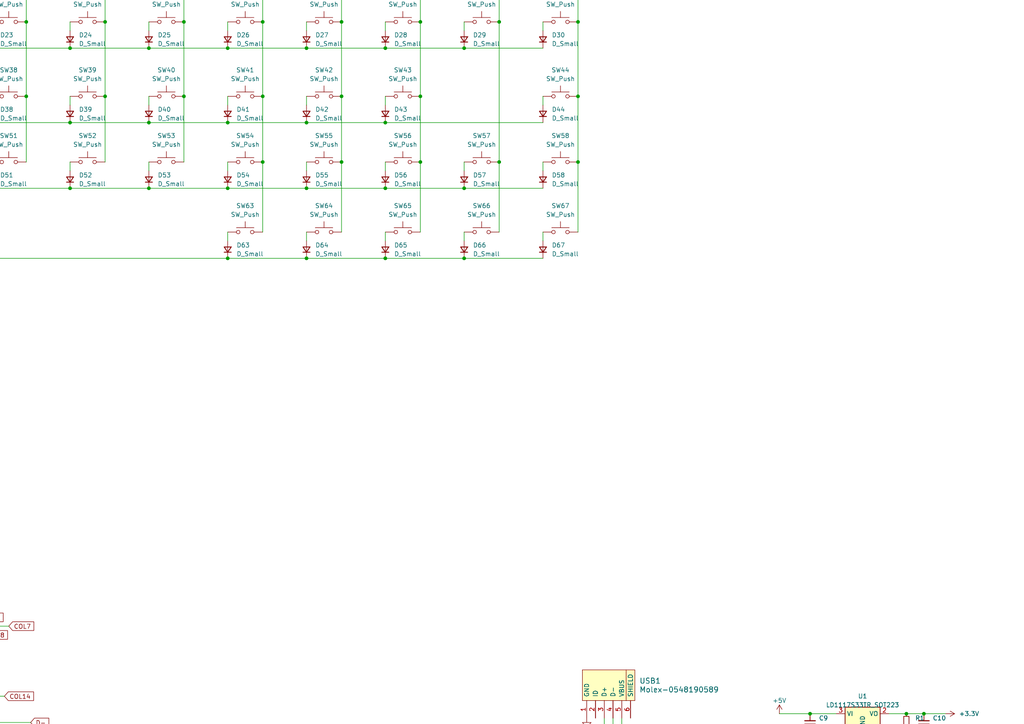
<source format=kicad_sch>
(kicad_sch (version 20231120) (generator "eeschema") (generator_version "8.0")
  (paper "A4")
  (junction (at 43.18 -5.08))
  (junction (at -106.68 6.35))
  (junction (at 167.64 6.35))
  (junction (at -129.54 27.94))
  (junction (at -139.7 -5.08))
  (junction (at -71.12 54.61))
  (junction (at 88.9 35.56))
  (junction (at -15.24 27.94))
  (junction (at 167.64 -12.7))
  (junction (at 111.76 13.97))
  (junction (at 99.06 6.35))
  (junction (at 30.48 27.94))
  (junction (at 121.92 27.94))
  (junction (at -104.14 199.39))
  (junction (at -25.4 13.97))
  (junction (at -116.84 13.97))
  (junction (at -2.54 35.56))
  (junction (at 43.18 35.56))
  (junction (at -29.21 170.18))
  (junction (at -106.68 46.99))
  (junction (at -60.96 6.35))
  (junction (at -162.56 35.56))
  (junction (at -38.1 -12.7))
  (junction (at 7.62 6.35))
  (junction (at -129.54 6.35))
  (junction (at -116.84 54.61))
  (junction (at -25.4 -5.08))
  (junction (at -24.13 170.18))
  (junction (at 99.06 27.94))
  (junction (at 30.48 -12.7))
  (junction (at -111.76 204.47))
  (junction (at -97.79 204.47))
  (junction (at 43.18 54.61))
  (junction (at -48.26 35.56))
  (junction (at 66.04 -5.08))
  (junction (at 134.62 13.97))
  (junction (at 88.9 54.61))
  (junction (at -2.54 13.97))
  (junction (at -116.84 35.56))
  (junction (at -48.26 -5.08))
  (junction (at 144.78 6.35))
  (junction (at 76.2 -12.7))
  (junction (at 66.04 35.56))
  (junction (at -93.98 -5.08))
  (junction (at -48.26 13.97))
  (junction (at -60.96 -12.7))
  (junction (at -25.4 35.56))
  (junction (at 76.2 27.94))
  (junction (at 43.18 13.97))
  (junction (at 88.9 -5.08))
  (junction (at -152.4 27.94))
  (junction (at -152.4 46.99))
  (junction (at -139.7 13.97))
  (junction (at -90.17 204.47))
  (junction (at -152.4 -12.7))
  (junction (at -15.24 6.35))
  (junction (at 144.78 -12.7))
  (junction (at -26.67 251.46))
  (junction (at -48.26 54.61))
  (junction (at 111.76 54.61))
  (junction (at 76.2 46.99))
  (junction (at 262.89 207.01))
  (junction (at 30.48 6.35))
  (junction (at 99.06 46.99))
  (junction (at -106.68 -12.7))
  (junction (at -162.56 13.97))
  (junction (at 262.89 214.63))
  (junction (at -83.82 6.35))
  (junction (at 111.76 74.93))
  (junction (at 76.2 6.35))
  (junction (at 20.32 -5.08))
  (junction (at -88.9 161.29))
  (junction (at -15.24 -12.7))
  (junction (at 234.95 207.01))
  (junction (at -152.4 6.35))
  (junction (at 267.97 207.01))
  (junction (at -71.12 35.56))
  (junction (at -97.79 199.39))
  (junction (at 66.04 74.93))
  (junction (at -25.4 74.93))
  (junction (at -139.7 35.56))
  (junction (at 20.32 54.61))
  (junction (at 88.9 13.97))
  (junction (at -25.4 54.61))
  (junction (at 53.34 6.35))
  (junction (at -26.67 170.18))
  (junction (at -93.98 35.56))
  (junction (at -90.17 199.39))
  (junction (at 111.76 35.56))
  (junction (at -116.84 74.93))
  (junction (at 121.92 6.35))
  (junction (at -106.68 27.94))
  (junction (at -139.7 74.93))
  (junction (at 20.32 13.97))
  (junction (at 144.78 46.99))
  (junction (at 167.64 46.99))
  (junction (at 88.9 74.93))
  (junction (at 66.04 54.61))
  (junction (at -83.82 204.47))
  (junction (at 53.34 27.94))
  (junction (at 99.06 -12.7))
  (junction (at 250.19 214.63))
  (junction (at -71.12 13.97))
  (junction (at -15.24 46.99))
  (junction (at 167.64 27.94))
  (junction (at -162.56 -5.08))
  (junction (at 53.34 -12.7))
  (junction (at -83.82 27.94))
  (junction (at -2.54 -5.08))
  (junction (at -2.54 54.61))
  (junction (at -162.56 74.93))
  (junction (at -83.82 199.39))
  (junction (at -93.98 54.61))
  (junction (at -83.82 -12.7))
  (junction (at -38.1 27.94))
  (junction (at -116.84 -5.08))
  (junction (at 7.62 27.94))
  (junction (at 180.34 231.14))
  (junction (at -38.1 6.35))
  (junction (at 7.62 -12.7))
  (junction (at 134.62 -5.08))
  (junction (at 66.04 13.97))
  (junction (at -111.76 199.39))
  (junction (at -93.98 13.97))
  (junction (at -60.96 27.94))
  (junction (at 121.92 -12.7))
  (junction (at -71.12 -5.08))
  (junction (at -129.54 -12.7))
  (junction (at 121.92 46.99))
  (junction (at -104.14 204.47))
  (junction (at 20.32 35.56))
  (junction (at 111.76 -5.08))
  (junction (at 134.62 54.61))
  (junction (at -162.56 54.61))
  (junction (at 134.62 74.93))
  (no_connect (at -7.62 229.87))
  (wire (pts (xy -152.4 27.94) (xy -152.4 46.99)))
  (wire (pts (xy -119.38 204.47) (xy -111.76 204.47)))
  (wire (pts (xy -11.43 179.07) (xy -6.35 179.07)))
  (wire (pts (xy -48.26 35.56) (xy -25.4 35.56)))
  (wire (pts (xy 134.62 54.61) (xy 157.48 54.61)))
  (wire (pts (xy 99.06 27.94) (xy 99.06 46.99)))
  (wire (pts (xy -15.24 6.35) (xy -15.24 27.94)))
  (wire (pts (xy -162.56 13.97) (xy -139.7 13.97)))
  (wire (pts (xy 20.32 35.56) (xy 43.18 35.56)))
  (wire (pts (xy 20.32 13.97) (xy 43.18 13.97)))
  (wire (pts (xy -25.4 6.35) (xy -25.4 8.89)))
  (wire (pts (xy 7.62 -21.59) (xy 7.62 -12.7)))
  (wire (pts (xy -170.18 13.97) (xy -162.56 13.97)))
  (wire (pts (xy 88.9 -12.7) (xy 88.9 -10.16)))
  (wire (pts (xy 157.48 27.94) (xy 157.48 30.48)))
  (wire (pts (xy -116.84 -12.7) (xy -116.84 -10.16)))
  (wire (pts (xy 20.32 6.35) (xy 20.32 8.89)))
  (wire (pts (xy 121.92 46.99) (xy 121.92 67.31)))
  (wire (pts (xy -48.26 54.61) (xy -25.4 54.61)))
  (wire (pts (xy -106.68 46.99) (xy -106.68 67.31)))
  (wire (pts (xy -63.5 222.25) (xy -41.91 222.25)))
  (wire (pts (xy -60.96 6.35) (xy -60.96 27.94)))
  (wire (pts (xy -139.7 6.35) (xy -139.7 8.89)))
  (wire (pts (xy -93.98 -12.7) (xy -93.98 -10.16)))
  (wire (pts (xy -15.24 -21.59) (xy -15.24 -12.7)))
  (wire (pts (xy -2.54 -5.08) (xy 20.32 -5.08)))
  (wire (pts (xy -92.71 161.29) (xy -88.9 161.29)))
  (wire (pts (xy -26.67 170.18) (xy -24.13 170.18)))
  (wire (pts (xy -57.15 237.49) (xy -41.91 237.49)))
  (wire (pts (xy 53.34 -12.7) (xy 53.34 6.35)))
  (wire (pts (xy -48.26 -12.7) (xy -48.26 -10.16)))
  (wire (pts (xy 30.48 27.94) (xy 30.48 46.99)))
  (wire (pts (xy 43.18 35.56) (xy 66.04 35.56)))
  (wire (pts (xy -46.99 194.31) (xy -41.91 194.31)))
  (wire (pts (xy -93.98 54.61) (xy -71.12 54.61)))
  (wire (pts (xy -15.24 27.94) (xy -15.24 46.99)))
  (wire (pts (xy 66.04 54.61) (xy 88.9 54.61)))
  (wire (pts (xy -48.26 6.35) (xy -48.26 8.89)))
  (wire (pts (xy -83.82 27.94) (xy -83.82 46.99)))
  (wire (pts (xy -48.26 13.97) (xy -25.4 13.97)))
  (wire (pts (xy 167.64 27.94) (xy 167.64 46.99)))
  (wire (pts (xy -11.43 199.39) (xy -8.89 199.39)))
  (wire (pts (xy -90.17 199.39) (xy -83.82 199.39)))
  (wire (pts (xy -25.4 67.31) (xy -25.4 69.85)))
  (wire (pts (xy -83.82 6.35) (xy -83.82 27.94)))
  (wire (pts (xy 43.18 6.35) (xy 43.18 8.89)))
  (wire (pts (xy 111.76 67.31) (xy 111.76 69.85)))
  (wire (pts (xy -60.96 -12.7) (xy -60.96 6.35)))
  (wire (pts (xy 88.9 35.56) (xy 111.76 35.56)))
  (wire (pts (xy 180.34 208.28) (xy 180.34 231.14)))
  (wire (pts (xy -139.7 -12.7) (xy -139.7 -10.16)))
  (wire (pts (xy -170.18 74.93) (xy -162.56 74.93)))
  (wire (pts (xy 88.9 54.61) (xy 111.76 54.61)))
  (wire (pts (xy 66.04 -12.7) (xy 66.04 -10.16)))
  (wire (pts (xy 111.76 6.35) (xy 111.76 8.89)))
  (wire (pts (xy -38.1 27.94) (xy -38.1 46.99)))
  (wire (pts (xy -15.24 46.99) (xy -15.24 67.31)))
  (wire (pts (xy -170.18 -5.08) (xy -162.56 -5.08)))
  (wire (pts (xy 53.34 27.94) (xy 53.34 46.99)))
  (wire (pts (xy -129.54 -12.7) (xy -129.54 6.35)))
  (wire (pts (xy 7.62 -12.7) (xy 7.62 6.35)))
  (wire (pts (xy -26.67 170.18) (xy -26.67 171.45)))
  (wire (pts (xy -11.43 181.61) (xy 2.54 181.61)))
  (wire (pts (xy 88.9 27.94) (xy 88.9 30.48)))
  (wire (pts (xy -46.99 161.29) (xy -46.99 179.07)))
  (wire (pts (xy -93.98 6.35) (xy -93.98 8.89)))
  (wire (pts (xy -60.96 27.94) (xy -60.96 46.99)))
  (wire (pts (xy -44.45 219.71) (xy -41.91 219.71)))
  (wire (pts (xy -71.12 35.56) (xy -48.26 35.56)))
  (wire (pts (xy 43.18 46.99) (xy 43.18 49.53)))
  (wire (pts (xy -116.84 54.61) (xy -93.98 54.61)))
  (wire (pts (xy -129.54 -21.59) (xy -129.54 -12.7)))
  (wire (pts (xy -54.61 196.85) (xy -41.91 196.85)))
  (wire (pts (xy 134.62 13.97) (xy 157.48 13.97)))
  (wire (pts (xy -38.1 6.35) (xy -38.1 27.94)))
  (wire (pts (xy 88.9 74.93) (xy 111.76 74.93)))
  (wire (pts (xy 7.62 6.35) (xy 7.62 27.94)))
  (wire (pts (xy 88.9 46.99) (xy 88.9 49.53)))
  (wire (pts (xy -71.12 54.61) (xy -48.26 54.61)))
  (wire (pts (xy -116.84 67.31) (xy -116.84 69.85)))
  (wire (pts (xy -97.79 204.47) (xy -97.79 208.28)))
  (wire (pts (xy 111.76 -12.7) (xy 111.76 -10.16)))
  (wire (pts (xy 20.32 -12.7) (xy 20.32 -10.16)))
  (wire (pts (xy 111.76 46.99) (xy 111.76 49.53)))
  (wire (pts (xy -26.67 251.46) (xy -26.67 257.81)))
  (wire (pts (xy -48.26 46.99) (xy -48.26 49.53)))
  (wire (pts (xy -29.21 171.45) (xy -29.21 170.18)))
  (wire (pts (xy -162.56 54.61) (xy -116.84 54.61)))
  (wire (pts (xy 167.64 -12.7) (xy 167.64 6.35)))
  (wire (pts (xy -21.59 170.18) (xy -21.59 171.45)))
  (wire (pts (xy -93.98 13.97) (xy -71.12 13.97)))
  (wire (pts (xy 226.06 207.01) (xy 234.95 207.01)))
  (wire (pts (xy 20.32 46.99) (xy 20.32 49.53)))
  (wire (pts (xy 43.18 13.97) (xy 66.04 13.97)))
  (wire (pts (xy 43.18 -12.7) (xy 43.18 -10.16)))
  (wire (pts (xy -139.7 27.94) (xy -139.7 30.48)))
  (wire (pts (xy 30.48 -12.7) (xy 30.48 6.35)))
  (wire (pts (xy -97.79 199.39) (xy -90.17 199.39)))
  (wire (pts (xy -29.21 166.37) (xy -29.21 170.18)))
  (wire (pts (xy 180.34 231.14) (xy 180.34 233.68)))
  (wire (pts (xy 20.32 54.61) (xy 43.18 54.61)))
  (wire (pts (xy 234.95 207.01) (xy 242.57 207.01)))
  (wire (pts (xy -93.98 46.99) (xy -93.98 49.53)))
  (wire (pts (xy 134.62 -5.08) (xy 157.48 -5.08)))
  (wire (pts (xy -71.12 6.35) (xy -71.12 8.89)))
  (wire (pts (xy 20.32 -5.08) (xy 43.18 -5.08)))
  (wire (pts (xy -71.12 13.97) (xy -48.26 13.97)))
  (wire (pts (xy -162.56 6.35) (xy -162.56 8.89)))
  (wire (pts (xy -2.54 -12.7) (xy -2.54 -10.16)))
  (wire (pts (xy -152.4 -12.7) (xy -152.4 6.35)))
  (wire (pts (xy -25.4 -12.7) (xy -25.4 -10.16)))
  (wire (pts (xy -106.68 -21.59) (xy -106.68 -12.7)))
  (wire (pts (xy -11.43 201.93) (xy 1.27 201.93)))
  (wire (pts (xy 111.76 13.97) (xy 134.62 13.97)))
  (wire (pts (xy 53.34 6.35) (xy 53.34 27.94)))
  (wire (pts (xy 180.34 231.14) (xy 181.61 231.14)))
  (wire (pts (xy 66.04 6.35) (xy 66.04 8.89)))
  (wire (pts (xy -139.7 74.93) (xy -116.84 74.93)))
  (wire (pts (xy 134.62 74.93) (xy 157.48 74.93)))
  (wire (pts (xy 30.48 6.35) (xy 30.48 27.94)))
  (wire (pts (xy -162.56 74.93) (xy -139.7 74.93)))
  (wire (pts (xy 111.76 35.56) (xy 157.48 35.56)))
  (wire (pts (xy 66.04 67.31) (xy 66.04 69.85)))
  (wire (pts (xy -2.54 27.94) (xy -2.54 30.48)))
  (wire (pts (xy -46.99 227.33) (xy -41.91 227.33)))
  (wire (pts (xy -106.68 6.35) (xy -106.68 27.94)))
  (wire (pts (xy 144.78 46.99) (xy 144.78 67.31)))
  (wire (pts (xy -11.43 209.55) (xy 8.89 209.55)))
  (wire (pts (xy -93.98 35.56) (xy -71.12 35.56)))
  (wire (pts (xy -162.56 -12.7) (xy -162.56 -10.16)))
  (wire (pts (xy -93.98 27.94) (xy -93.98 30.48)))
  (wire (pts (xy 66.04 35.56) (xy 88.9 35.56)))
  (wire (pts (xy -170.18 54.61) (xy -162.56 54.61)))
  (wire (pts (xy -2.54 46.99) (xy -2.54 49.53)))
  (wire (pts (xy -139.7 -5.08) (xy -116.84 -5.08)))
  (wire (pts (xy 66.04 -5.08) (xy 88.9 -5.08)))
  (wire (pts (xy -15.24 -12.7) (xy -15.24 6.35)))
  (wire (pts (xy -11.43 184.15) (xy -5.08 184.15)))
  (wire (pts (xy -139.7 13.97) (xy -116.84 13.97)))
  (wire (pts (xy 157.48 -12.7) (xy 157.48 -10.16)))
  (wire (pts (xy -116.84 -5.08) (xy -93.98 -5.08)))
  (wire (pts (xy -24.13 251.46) (xy -26.67 251.46)))
  (wire (pts (xy -116.84 13.97) (xy -93.98 13.97)))
  (wire (pts (xy -25.4 74.93) (xy 66.04 74.93)))
  (wire (pts (xy 157.48 46.99) (xy 157.48 49.53)))
  (wire (pts (xy -46.99 240.03) (xy -41.91 240.03)))
  (wire (pts (xy -83.82 204.47) (xy -77.47 204.47)))
  (wire (pts (xy -38.1 -12.7) (xy -38.1 6.35)))
  (wire (pts (xy -97.79 204.47) (xy -90.17 204.47)))
  (wire (pts (xy -162.56 27.94) (xy -162.56 30.48)))
  (wire (pts (xy -111.76 204.47) (xy -104.14 204.47)))
  (wire (pts (xy -152.4 6.35) (xy -152.4 27.94)))
  (wire (pts (xy 134.62 46.99) (xy 134.62 49.53)))
  (wire (pts (xy 234.95 214.63) (xy 250.19 214.63)))
  (wire (pts (xy -97.79 191.77) (xy -97.79 199.39)))
  (wire (pts (xy -71.12 27.94) (xy -71.12 30.48)))
  (wire (pts (xy -24.13 250.19) (xy -24.13 251.46)))
  (wire (pts (xy 88.9 6.35) (xy 88.9 8.89)))
  (wire (pts (xy -2.54 6.35) (xy -2.54 8.89)))
  (wire (pts (xy 76.2 6.35) (xy 76.2 27.94)))
  (wire (pts (xy -54.61 224.79) (xy -41.91 224.79)))
  (wire (pts (xy 267.97 214.63) (xy 267.97 212.09)))
  (wire (pts (xy 134.62 6.35) (xy 134.62 8.89)))
  (wire (pts (xy -162.56 46.99) (xy -162.56 49.53)))
  (wire (pts (xy -90.17 204.47) (xy -83.82 204.47)))
  (wire (pts (xy -25.4 27.94) (xy -25.4 30.48)))
  (wire (pts (xy 66.04 13.97) (xy 88.9 13.97)))
  (wire (pts (xy -162.56 -5.08) (xy -139.7 -5.08)))
  (wire (pts (xy -93.98 -5.08) (xy -71.12 -5.08)))
  (wire (pts (xy 111.76 74.93) (xy 134.62 74.93)))
  (wire (pts (xy 76.2 -21.59) (xy 76.2 -12.7)))
  (wire (pts (xy -71.12 46.99) (xy -71.12 49.53)))
  (wire (pts (xy 111.76 54.61) (xy 134.62 54.61)))
  (wire (pts (xy -162.56 35.56) (xy -139.7 35.56)))
  (wire (pts (xy 99.06 46.99) (xy 99.06 67.31)))
  (wire (pts (xy -71.12 -12.7) (xy -71.12 -10.16)))
  (wire (pts (xy 30.48 -21.59) (xy 30.48 -12.7)))
  (wire (pts (xy -162.56 67.31) (xy -162.56 69.85)))
  (wire (pts (xy -83.82 199.39) (xy -77.47 199.39)))
  (wire (pts (xy -2.54 54.61) (xy 20.32 54.61)))
  (wire (pts (xy -71.12 -5.08) (xy -48.26 -5.08)))
  (wire (pts (xy 111.76 27.94) (xy 111.76 30.48)))
  (wire (pts (xy -104.14 199.39) (xy -97.79 199.39)))
  (wire (pts (xy 262.89 214.63) (xy 267.97 214.63)))
  (wire (pts (xy -2.54 13.97) (xy 20.32 13.97)))
  (wire (pts (xy -106.68 27.94) (xy -106.68 46.99)))
  (wire (pts (xy -44.45 214.63) (xy -41.91 214.63)))
  (wire (pts (xy 66.04 46.99) (xy 66.04 49.53)))
  (wire (pts (xy -139.7 67.31) (xy -139.7 69.85)))
  (wire (pts (xy 99.06 -12.7) (xy 99.06 6.35)))
  (wire (pts (xy -24.13 170.18) (xy -21.59 170.18)))
  (wire (pts (xy -60.96 -21.59) (xy -60.96 -12.7)))
  (wire (pts (xy 250.19 214.63) (xy 262.89 214.63)))
  (wire (pts (xy -24.13 170.18) (xy -24.13 171.45)))
  (wire (pts (xy -111.76 199.39) (xy -104.14 199.39)))
  (wire (pts (xy 20.32 27.94) (xy 20.32 30.48)))
  (wire (pts (xy -83.82 -12.7) (xy -83.82 6.35)))
  (wire (pts (xy -38.1 -21.59) (xy -38.1 -12.7)))
  (wire (pts (xy 144.78 -21.59) (xy 144.78 -12.7)))
  (wire (pts (xy -152.4 -21.59) (xy -152.4 -12.7)))
  (wire (pts (xy -53.34 217.17) (xy -41.91 217.17)))
  (wire (pts (xy -46.99 199.39) (xy -41.91 199.39)))
  (wire (pts (xy -129.54 27.94) (xy -129.54 67.31)))
  (wire (pts (xy -2.54 35.56) (xy 20.32 35.56)))
  (wire (pts (xy 121.92 -12.7) (xy 121.92 6.35)))
  (wire (pts (xy -116.84 27.94) (xy -116.84 30.48)))
  (wire (pts (xy 234.95 212.09) (xy 234.95 214.63)))
  (wire (pts (xy 167.64 -21.59) (xy 167.64 -12.7)))
  (wire (pts (xy -57.15 242.57) (xy -41.91 242.57)))
  (wire (pts (xy -25.4 46.99) (xy -25.4 49.53)))
  (wire (pts (xy 134.62 67.31) (xy 134.62 69.85)))
  (wire (pts (xy -25.4 54.61) (xy -2.54 54.61)))
  (wire (pts (xy 66.04 74.93) (xy 88.9 74.93)))
  (wire (pts (xy 157.48 67.31) (xy 157.48 69.85)))
  (wire (pts (xy -88.9 161.29) (xy -46.99 161.29)))
  (wire (pts (xy 99.06 6.35) (xy 99.06 27.94)))
  (wire (pts (xy -83.82 -21.59) (xy -83.82 -12.7)))
  (wire (pts (xy 167.64 6.35) (xy 167.64 27.94)))
  (wire (pts (xy -104.14 204.47) (xy -97.79 204.47)))
  (wire (pts (xy -11.43 212.09) (xy 1.27 212.09)))
  (wire (pts (xy -48.26 234.95) (xy -41.91 234.95)))
  (wire (pts (xy 7.62 27.94) (xy 7.62 46.99)))
  (wire (pts (xy -25.4 35.56) (xy -2.54 35.56)))
  (wire (pts (xy 66.04 27.94) (xy 66.04 30.48)))
  (wire (pts (xy -26.67 250.19) (xy -26.67 251.46)))
  (wire (pts (xy -116.84 35.56) (xy -93.98 35.56)))
  (wire (pts (xy -116.84 46.99) (xy -116.84 49.53)))
  (wire (pts (xy 177.8 208.28) (xy 177.8 222.25)))
  (wire (pts (xy -54.61 186.69) (xy -41.91 186.69)))
  (wire (pts (xy 53.34 -21.59) (xy 53.34 -12.7)))
  (wire (pts (xy 157.48 6.35) (xy 157.48 8.89)))
  (wire (pts (xy 262.89 212.09) (xy 262.89 214.63)))
  (wire (pts (xy -116.84 6.35) (xy -116.84 8.89)))
  (wire (pts (xy -119.38 199.39) (xy -111.76 199.39)))
  (wire (pts (xy -106.68 -12.7) (xy -106.68 6.35)))
  (wire (pts (xy -129.54 6.35) (xy -129.54 27.94)))
  (wire (pts (xy 76.2 -12.7) (xy 76.2 6.35)))
  (wire (pts (xy 111.76 -5.08) (xy 134.62 -5.08)))
  (wire (pts (xy -152.4 46.99) (xy -152.4 67.31)))
  (wire (pts (xy 76.2 27.94) (xy 76.2 46.99)))
  (wire (pts (xy 134.62 -12.7) (xy 134.62 -10.16)))
  (wire (pts (xy 144.78 6.35) (xy 144.78 46.99)))
  (wire (pts (xy -50.8 184.15) (xy -41.91 184.15)))
  (wire (pts (xy -29.21 170.18) (xy -26.67 170.18)))
  (wire (pts (xy 121.92 27.94) (xy 121.92 46.99)))
  (wire (pts (xy 121.92 6.35) (xy 121.92 27.94)))
  (wire (pts (xy 144.78 -12.7) (xy 144.78 6.35)))
  (wire (pts (xy -139.7 35.56) (xy -116.84 35.56)))
  (wire (pts (xy 175.26 208.28) (xy 175.26 217.17)))
  (wire (pts (xy -46.99 179.07) (xy -41.91 179.07)))
  (wire (pts (xy -48.26 27.94) (xy -48.26 30.48)))
  (wire (pts (xy 88.9 -5.08) (xy 111.76 -5.08)))
  (wire (pts (xy 88.9 67.31) (xy 88.9 69.85)))
  (wire (pts (xy 99.06 -21.59) (xy 99.06 -12.7)))
  (wire (pts (xy 121.92 -21.59) (xy 121.92 -12.7)))
  (wire (pts (xy 43.18 27.94) (xy 43.18 30.48)))
  (wire (pts (xy 167.64 46.99) (xy 167.64 67.31)))
  (wire (pts (xy -48.26 -5.08) (xy -25.4 -5.08)))
  (wire (pts (xy -170.18 35.56) (xy -162.56 35.56)))
  (wire (pts (xy 267.97 207.01) (xy 274.32 207.01)))
  (wire (pts (xy 76.2 46.99) (xy 76.2 67.31)))
  (wire (pts (xy 257.81 207.01) (xy 262.89 207.01)))
  (wire (pts (xy -25.4 -5.08) (xy -2.54 -5.08)))
  (wire (pts (xy 43.18 54.61) (xy 66.04 54.61)))
  (wire (pts (xy -25.4 13.97) (xy -2.54 13.97)))
  (wire (pts (xy 43.18 -5.08) (xy 66.04 -5.08)))
  (wire (pts (xy -116.84 74.93) (xy -25.4 74.93)))
  (wire (pts (xy 88.9 13.97) (xy 111.76 13.97)))
  (wire (pts (xy 262.89 207.01) (xy 267.97 207.01)))
  (global_label "COL9" (shape input) (at 53.34 -21.59 90) (property "Intersheetrefs" "${INTERSHEET_REFS}" (effects (hide yes))))
  (global_label "COL12" (shape input) (at -57.15 242.57 180) (property "Intersheetrefs" "${INTERSHEET_REFS}" (effects (hide yes))))
  (global_label "COL2" (shape input) (at -106.68 -21.59 90) (property "Intersheetrefs" "${INTERSHEET_REFS}" (effects (hide yes))))
  (global_label "D-" (shape input) (at 8.89 209.55 0) (property "Intersheetrefs" "${INTERSHEET_REFS}" (effects (hide yes))))
  (global_label "ROW1" (shape input) (at -54.61 196.85 180) (property "Intersheetrefs" "${INTERSHEET_REFS}" (effects (hide yes))))
  (global_label "COL14" (shape input) (at 1.27 201.93 0) (property "Intersheetrefs" "${INTERSHEET_REFS}" (effects (hide yes))))
  (global_label "ROW0" (shape input) (at -46.99 194.31 180) (property "Intersheetrefs" "${INTERSHEET_REFS}" (effects (hide yes))))
  (global_label "COL8" (shape input) (at 30.48 -21.59 90) (property "Intersheetrefs" "${INTERSHEET_REFS}" (effects (hide yes))))
  (global_label "ROW3" (shape input) (at -50.8 184.15 180) (property "Intersheetrefs" "${INTERSHEET_REFS}" (effects (hide yes))))
  (global_label "COL0" (shape input) (at -44.45 214.63 180) (property "Intersheetrefs" "${INTERSHEET_REFS}" (effects (hide yes))))
  (global_label "ROW3" (shape input) (at -170.18 54.61 180) (property "Intersheetrefs" "${INTERSHEET_REFS}" (effects (hide yes))))
  (global_label "ROW1" (shape input) (at -170.18 13.97 180) (property "Intersheetrefs" "${INTERSHEET_REFS}" (effects (hide yes))))
  (global_label "ROW0" (shape input) (at -170.18 -5.08 180) (property "Intersheetrefs" "${INTERSHEET_REFS}" (effects (hide yes))))
  (global_label "COL7" (shape input) (at 2.54 181.61 0) (property "Intersheetrefs" "${INTERSHEET_REFS}" (effects (hide yes))))
  (global_label "COL13" (shape input) (at -8.89 199.39 0) (property "Intersheetrefs" "${INTERSHEET_REFS}" (effects (hide yes))))
  (global_label "COL10" (shape input) (at -57.15 237.49 180) (property "Intersheetrefs" "${INTERSHEET_REFS}" (effects (hide yes))))
  (global_label "COL1" (shape input) (at -53.34 217.17 180) (property "Intersheetrefs" "${INTERSHEET_REFS}" (effects (hide yes))))
  (global_label "COL4" (shape input) (at -54.61 224.79 180) (property "Intersheetrefs" "${INTERSHEET_REFS}" (effects (hide yes))))
  (global_label "D-" (shape input) (at 177.8 222.25 270) (property "Intersheetrefs" "${INTERSHEET_REFS}" (effects (hide yes))))
  (global_label "COL7" (shape input) (at 7.62 -21.59 90) (property "Intersheetrefs" "${INTERSHEET_REFS}" (effects (hide yes))))
  (global_label "COL14" (shape input) (at 167.64 -21.59 90) (property "Intersheetrefs" "${INTERSHEET_REFS}" (effects (hide yes))))
  (global_label "COL11" (shape input) (at -46.99 240.03 180) (property "Intersheetrefs" "${INTERSHEET_REFS}" (effects (hide yes))))
  (global_label "ROW2" (shape input) (at -46.99 199.39 180) (property "Intersheetrefs" "${INTERSHEET_REFS}" (effects (hide yes))))
  (global_label "COL12" (shape input) (at 121.92 -21.59 90) (property "Intersheetrefs" "${INTERSHEET_REFS}" (effects (hide yes))))
  (global_label "COL5" (shape input) (at -38.1 -21.59 90) (property "Intersheetrefs" "${INTERSHEET_REFS}" (effects (hide yes))))
  (global_label "D+" (shape input) (at 175.26 217.17 270) (property "Intersheetrefs" "${INTERSHEET_REFS}" (effects (hide yes))))
  (global_label "COL0" (shape input) (at -152.4 -21.59 90) (property "Intersheetrefs" "${INTERSHEET_REFS}" (effects (hide yes))))
  (global_label "COL1" (shape input) (at -129.54 -21.59 90) (property "Intersheetrefs" "${INTERSHEET_REFS}" (effects (hide yes))))
  (global_label "COL6" (shape input) (at -15.24 -21.59 90) (property "Intersheetrefs" "${INTERSHEET_REFS}" (effects (hide yes))))
  (global_label "COL13" (shape input) (at 144.78 -21.59 90) (property "Intersheetrefs" "${INTERSHEET_REFS}" (effects (hide yes))))
  (global_label "COL8" (shape input) (at -5.08 184.15 0) (property "Intersheetrefs" "${INTERSHEET_REFS}" (effects (hide yes))))
  (global_label "COL10" (shape input) (at 76.2 -21.59 90) (property "Intersheetrefs" "${INTERSHEET_REFS}" (effects (hide yes))))
  (global_label "COL4" (shape input) (at -60.96 -21.59 90) (property "Intersheetrefs" "${INTERSHEET_REFS}" (effects (hide yes))))
  (global_label "ROW4" (shape input) (at -54.61 186.69 180) (property "Intersheetrefs" "${INTERSHEET_REFS}" (effects (hide yes))))
  (global_label "COL2" (shape input) (at -44.45 219.71 180) (property "Intersheetrefs" "${INTERSHEET_REFS}" (effects (hide yes))))
  (global_label "ROW2" (shape input) (at -170.18 35.56 180) (property "Intersheetrefs" "${INTERSHEET_REFS}" (effects (hide yes))))
  (global_label "COL5" (shape input) (at -46.99 227.33 180) (property "Intersheetrefs" "${INTERSHEET_REFS}" (effects (hide yes))))
  (global_label "COL3" (shape input) (at -83.82 -21.59 90) (property "Intersheetrefs" "${INTERSHEET_REFS}" (effects (hide yes))))
  (global_label "ROW4" (shape input) (at -170.18 74.93 180) (property "Intersheetrefs" "${INTERSHEET_REFS}" (effects (hide yes))))
  (global_label "COL11" (shape input) (at 99.06 -21.59 90) (property "Intersheetrefs" "${INTERSHEET_REFS}" (effects (hide yes))))
  (global_label "COL3" (shape input) (at -63.5 222.25 180) (property "Intersheetrefs" "${INTERSHEET_REFS}" (effects (hide yes))))
  (global_label "COL6" (shape input) (at -6.35 179.07 0) (property "Intersheetrefs" "${INTERSHEET_REFS}" (effects (hide yes))))
  (global_label "D+" (shape input) (at 1.27 212.09 0) (property "Intersheetrefs" "${INTERSHEET_REFS}" (effects (hide yes))))
  (global_label "COL9" (shape input) (at -48.26 234.95 180) (property "Intersheetrefs" "${INTERSHEET_REFS}" (effects (hide yes))))
  (symbol (lib_id "Device:D_Small") (at 66.04 11.43 90) (unit 1)
    (property "Reference" "D26" (at 68.58 10.1599 90) (effects (justify right)))
    (property "Value" "D_Small" (at 68.58 12.6999 90) (effects (justify right)))
    (property "Footprint" "Diode_SMD:D_SOD-123" (effects (hide yes)))
    (property "Description" "Diode, small symbol" (effects (hide yes)))
    (property "Sim.Device" "D" (effects (hide yes)))
    (property "Sim.Pins" "1=K 2=A" (effects (hide yes)))
  )
  (symbol (lib_id "Switch:SW_Push") (at 48.26 6.35 0) (unit 1)
    (property "Reference" "SW25" (at 48.26 -1.27 0))
    (property "Value" "SW_Push" (at 48.26 1.27 0))
    (property "Footprint" "keyswitches:SW_MX" (effects (hide yes)))
    (property "Description" "Push button switch, generic, two pins" (effects (hide yes)))
  )
  (symbol (lib_id "Device:D_Small") (at -71.12 52.07 90) (unit 1)
    (property "Reference" "D48" (at -68.58 50.7999 90) (effects (justify right)))
    (property "Value" "D_Small" (at -68.58 53.3399 90) (effects (justify right)))
    (property "Footprint" "Diode_SMD:D_SOD-123" (effects (hide yes)))
    (property "Description" "Diode, small symbol" (effects (hide yes)))
    (property "Sim.Device" "D" (effects (hide yes)))
    (property "Sim.Pins" "1=K 2=A" (effects (hide yes)))
  )
  (symbol (lib_id "Switch:SW_Push") (at -157.48 67.31 0) (unit 1)
    (property "Reference" "SW59" (at -157.48 59.69 0))
    (property "Value" "SW_Push" (at -157.48 62.23 0))
    (property "Footprint" "keyswitches:SW_MX" (effects (hide yes)))
    (property "Description" "Push button switch, generic, two pins" (effects (hide yes)))
  )
  (symbol (lib_id "Switch:SW_Push") (at -134.62 -12.7 0) (unit 1)
    (property "Reference" "SW2" (at -134.62 -20.32 0))
    (property "Value" "SW_Push" (at -134.62 -17.78 0))
    (property "Footprint" "keyswitches:SW_MX" (effects (hide yes)))
    (property "Description" "Push button switch, generic, two pins" (effects (hide yes)))
  )
  (symbol (lib_id "Device:D_Small") (at -116.84 72.39 90) (unit 1)
    (property "Reference" "D61" (at -114.3 71.1199 90) (effects (justify right)))
    (property "Value" "D_Small" (at -114.3 73.6599 90) (effects (justify right)))
    (property "Footprint" "Diode_SMD:D_SOD-123" (effects (hide yes)))
    (property "Description" "Diode, small symbol" (effects (hide yes)))
    (property "Sim.Device" "D" (effects (hide yes)))
    (property "Sim.Pins" "1=K 2=A" (effects (hide yes)))
  )
  (symbol (lib_id "Device:D_Small") (at -139.7 11.43 90) (unit 1)
    (property "Reference" "D17" (at -137.16 10.1599 90) (effects (justify right)))
    (property "Value" "D_Small" (at -137.16 12.6999 90) (effects (justify right)))
    (property "Footprint" "Diode_SMD:D_SOD-123" (effects (hide yes)))
    (property "Description" "Diode, small symbol" (effects (hide yes)))
    (property "Sim.Device" "D" (effects (hide yes)))
    (property "Sim.Pins" "1=K 2=A" (effects (hide yes)))
  )
  (symbol (lib_id "Switch:SW_Push") (at 93.98 67.31 0) (unit 1)
    (property "Reference" "SW64" (at 93.98 59.69 0))
    (property "Value" "SW_Push" (at 93.98 62.23 0))
    (property "Footprint" "keyswitches:SW_MX" (effects (hide yes)))
    (property "Description" "Push button switch, generic, two pins" (effects (hide yes)))
  )
  (symbol (lib_id "Device:D_Small") (at 157.48 72.39 90) (unit 1)
    (property "Reference" "D67" (at 160.02 71.1199 90) (effects (justify right)))
    (property "Value" "D_Small" (at 160.02 73.6599 90) (effects (justify right)))
    (property "Footprint" "Diode_SMD:D_SOD-123" (effects (hide yes)))
    (property "Description" "Diode, small symbol" (effects (hide yes)))
    (property "Sim.Device" "D" (effects (hide yes)))
    (property "Sim.Pins" "1=K 2=A" (effects (hide yes)))
  )
  (symbol (lib_id "Switch:SW_Push") (at 139.7 -12.7 0) (unit 1)
    (property "Reference" "SW14" (at 139.7 -20.32 0))
    (property "Value" "SW_Push" (at 139.7 -17.78 0))
    (property "Footprint" "keyswitches:SW_MX" (effects (hide yes)))
    (property "Description" "Push button switch, generic, two pins" (effects (hide yes)))
  )
  (symbol (lib_id "Device:D_Small") (at -162.56 11.43 90) (unit 1)
    (property "Reference" "D16" (at -160.02 10.1599 90) (effects (justify right)))
    (property "Value" "D_Small" (at -160.02 12.6999 90) (effects (justify right)))
    (property "Footprint" "Diode_SMD:D_SOD-123" (effects (hide yes)))
    (property "Description" "Diode, small symbol" (effects (hide yes)))
    (property "Sim.Device" "D" (effects (hide yes)))
    (property "Sim.Pins" "1=K 2=A" (effects (hide yes)))
  )
  (symbol (lib_id "Device:D_Small") (at 157.48 -7.62 90) (unit 1)
    (property "Reference" "D15" (at 160.02 -8.8901 90) (effects (justify right)))
    (property "Value" "D_Small" (at 160.02 -6.3501 90) (effects (justify right)))
    (property "Footprint" "Diode_SMD:D_SOD-123" (effects (hide yes)))
    (property "Description" "Diode, small symbol" (effects (hide yes)))
    (property "Sim.Device" "D" (effects (hide yes)))
    (property "Sim.Pins" "1=K 2=A" (effects (hide yes)))
  )
  (symbol (lib_id "Switch:SW_Push") (at 162.56 46.99 0) (unit 1)
    (property "Reference" "SW58" (at 162.56 39.37 0))
    (property "Value" "SW_Push" (at 162.56 41.91 0))
    (property "Footprint" "keyswitches:SW_MX" (effects (hide yes)))
    (property "Description" "Push button switch, generic, two pins" (effects (hide yes)))
  )
  (symbol (lib_id "Device:D_Small") (at 111.76 -7.62 90) (unit 1)
    (property "Reference" "D13" (at 114.3 -8.8901 90) (effects (justify right)))
    (property "Value" "D_Small" (at 114.3 -6.3501 90) (effects (justify right)))
    (property "Footprint" "Diode_SMD:D_SOD-123" (effects (hide yes)))
    (property "Description" "Diode, small symbol" (effects (hide yes)))
    (property "Sim.Device" "D" (effects (hide yes)))
    (property "Sim.Pins" "1=K 2=A" (effects (hide yes)))
  )
  (symbol (lib_id "power:GND") (at -88.9 166.37 0) (unit 1)
    (property "Reference" "#PWR03" (effects (hide yes)))
    (property "Value" "GND" (at -88.9 172.72 0))
    (property "Description" "Power symbol creates a global label with name \"GND\" , ground" (effects (hide yes)))
  )
  (symbol (lib_id "Switch:SW_Push") (at 2.54 46.99 0) (unit 1)
    (property "Reference" "SW51" (at 2.54 39.37 0))
    (property "Value" "SW_Push" (at 2.54 41.91 0))
    (property "Footprint" "keyswitches:SW_MX" (effects (hide yes)))
    (property "Description" "Push button switch, generic, two pins" (effects (hide yes)))
  )
  (symbol (lib_id "Device:D_Small") (at -25.4 72.39 90) (unit 1)
    (property "Reference" "D62" (at -22.86 71.1199 90) (effects (justify right)))
    (property "Value" "D_Small" (at -22.86 73.6599 90) (effects (justify right)))
    (property "Footprint" "Diode_SMD:D_SOD-123" (effects (hide yes)))
    (property "Description" "Diode, small symbol" (effects (hide yes)))
    (property "Sim.Device" "D" (effects (hide yes)))
    (property "Sim.Pins" "1=K 2=A" (effects (hide yes)))
  )
  (symbol (lib_id "Device:D_Small") (at 88.9 52.07 90) (unit 1)
    (property "Reference" "D55" (at 91.44 50.7999 90) (effects (justify right)))
    (property "Value" "D_Small" (at 91.44 53.3399 90) (effects (justify right)))
    (property "Footprint" "Diode_SMD:D_SOD-123" (effects (hide yes)))
    (property "Description" "Diode, small symbol" (effects (hide yes)))
    (property "Sim.Device" "D" (effects (hide yes)))
    (property "Sim.Pins" "1=K 2=A" (effects (hide yes)))
  )
  (symbol (lib_id "Device:D_Small") (at -116.84 11.43 90) (unit 1)
    (property "Reference" "D18" (at -114.3 10.1599 90) (effects (justify right)))
    (property "Value" "D_Small" (at -114.3 12.6999 90) (effects (justify right)))
    (property "Footprint" "Diode_SMD:D_SOD-123" (effects (hide yes)))
    (property "Description" "Diode, small symbol" (effects (hide yes)))
    (property "Sim.Device" "D" (effects (hide yes)))
    (property "Sim.Pins" "1=K 2=A" (effects (hide yes)))
  )
  (symbol (lib_id "Switch:SW_Push") (at -111.76 46.99 0) (unit 1)
    (property "Reference" "SW46" (at -111.76 39.37 0))
    (property "Value" "SW_Push" (at -111.76 41.91 0))
    (property "Footprint" "keyswitches:SW_MX" (effects (hide yes)))
    (property "Description" "Push button switch, generic, two pins" (effects (hide yes)))
  )
  (symbol (lib_id "Switch:SW_Push") (at 162.56 6.35 0) (unit 1)
    (property "Reference" "SW30" (at 162.56 -1.27 0))
    (property "Value" "SW_Push" (at 162.56 1.27 0))
    (property "Footprint" "keyswitches:SW_MX" (effects (hide yes)))
    (property "Description" "Push button switch, generic, two pins" (effects (hide yes)))
  )
  (symbol (lib_id "Device:D_Small") (at -139.7 72.39 90) (unit 1)
    (property "Reference" "D60" (at -137.16 71.1199 90) (effects (justify right)))
    (property "Value" "D_Small" (at -137.16 73.6599 90) (effects (justify right)))
    (property "Footprint" "Diode_SMD:D_SOD-123" (effects (hide yes)))
    (property "Description" "Diode, small symbol" (effects (hide yes)))
    (property "Sim.Device" "D" (effects (hide yes)))
    (property "Sim.Pins" "1=K 2=A" (effects (hide yes)))
  )
  (symbol (lib_id "Switch:SW_Push") (at -97.79 161.29 0) (unit 1)
    (property "Reference" "SW68" (at -97.79 154.94 0))
    (property "Value" "SW_Push" (at -97.79 157.48 0))
    (property "Footprint" "Button_Switch_SMD:SW_Push_1P1T_NO_CK_KSC6xxJ" (effects (hide yes)))
    (property "Description" "Push button switch, generic, two pins" (effects (hide yes)))
  )
  (symbol (lib_id "Device:D_Small") (at -162.56 52.07 90) (unit 1)
    (property "Reference" "D45" (at -160.02 50.7999 90) (effects (justify right)))
    (property "Value" "D_Small" (at -160.02 53.3399 90) (effects (justify right)))
    (property "Footprint" "Diode_SMD:D_SOD-123" (effects (hide yes)))
    (property "Description" "Diode, small symbol" (effects (hide yes)))
    (property "Sim.Device" "D" (effects (hide yes)))
    (property "Sim.Pins" "1=K 2=A" (effects (hide yes)))
  )
  (symbol (lib_id "Device:D_Small") (at -93.98 -7.62 90) (unit 1)
    (property "Reference" "D4" (at -91.44 -8.8901 90) (effects (justify right)))
    (property "Value" "D_Small" (at -91.44 -6.3501 90) (effects (justify right)))
    (property "Footprint" "Diode_SMD:D_SOD-123" (effects (hide yes)))
    (property "Description" "Diode, small symbol" (effects (hide yes)))
    (property "Sim.Device" "D" (effects (hide yes)))
    (property "Sim.Pins" "1=K 2=A" (effects (hide yes)))
  )
  (symbol (lib_id "Device:D_Small") (at -2.54 33.02 90) (unit 1)
    (property "Reference" "D38" (at 0 31.7499 90) (effects (justify right)))
    (property "Value" "D_Small" (at 0 34.2899 90) (effects (justify right)))
    (property "Footprint" "Diode_SMD:D_SOD-123" (effects (hide yes)))
    (property "Description" "Diode, small symbol" (effects (hide yes)))
    (property "Sim.Device" "D" (effects (hide yes)))
    (property "Sim.Pins" "1=K 2=A" (effects (hide yes)))
  )
  (symbol (lib_id "Device:C_Small") (at -83.82 201.93 0) (unit 1)
    (property "Reference" "C7" (at -80.01 200.6662 0) (effects (justify left)))
    (property "Value" "1u" (at -80.01 203.2062 0) (effects (justify left)))
    (property "Footprint" "Capacitor_SMD:C_0805_2012Metric" (effects (hide yes)))
    (property "Description" "Unpolarized capacitor, small symbol" (effects (hide yes)))
  )
  (symbol (lib_id "power:+5V") (at 226.06 207.01 0) (unit 1)
    (property "Reference" "#PWR05" (effects (hide yes)))
    (property "Value" "+5V" (at 226.06 203.2 0))
    (property "Description" "Power symbol creates a global label with name \"+5V\"" (effects (hide yes)))
  )
  (symbol (lib_id "Device:C_Small") (at 234.95 209.55 0) (unit 1)
    (property "Reference" "C9" (at 237.49 208.2862 0) (effects (justify left)))
    (property "Value" "100n" (at 237.49 210.8262 0) (effects (justify left)))
    (property "Footprint" "Capacitor_SMD:C_0805_2012Metric" (effects (hide yes)))
    (property "Description" "Unpolarized capacitor, small symbol" (effects (hide yes)))
  )
  (symbol (lib_id "Device:D_Small") (at -25.4 11.43 90) (unit 1)
    (property "Reference" "D22" (at -22.86 10.1599 90) (effects (justify right)))
    (property "Value" "D_Small" (at -22.86 12.6999 90) (effects (justify right)))
    (property "Footprint" "Diode_SMD:D_SOD-123" (effects (hide yes)))
    (property "Description" "Diode, small symbol" (effects (hide yes)))
    (property "Sim.Device" "D" (effects (hide yes)))
    (property "Sim.Pins" "1=K 2=A" (effects (hide yes)))
  )
  (symbol (lib_id "Switch:SW_Push") (at -43.18 -12.7 0) (unit 1)
    (property "Reference" "SW6" (at -43.18 -20.32 0))
    (property "Value" "SW_Push" (at -43.18 -17.78 0))
    (property "Footprint" "keyswitches:SW_MX" (effects (hide yes)))
    (property "Description" "Push button switch, generic, two pins" (effects (hide yes)))
  )
  (symbol (lib_id "Switch:SW_Push") (at -157.48 6.35 0) (unit 1)
    (property "Reference" "SW16" (at -157.48 -1.27 0))
    (property "Value" "SW_Push" (at -157.48 1.27 0))
    (property "Footprint" "keyswitches:SW_MX" (effects (hide yes)))
    (property "Description" "Push button switch, generic, two pins" (effects (hide yes)))
  )
  (symbol (lib_id "Switch:SW_Push") (at -43.18 46.99 0) (unit 1)
    (property "Reference" "SW49" (at -43.18 39.37 0))
    (property "Value" "SW_Push" (at -43.18 41.91 0))
    (property "Footprint" "keyswitches:SW_MX" (effects (hide yes)))
    (property "Description" "Push button switch, generic, two pins" (effects (hide yes)))
  )
  (symbol (lib_id "Device:D_Small") (at -25.4 -7.62 90) (unit 1)
    (property "Reference" "D7" (at -22.86 -8.8901 90) (effects (justify right)))
    (property "Value" "D_Small" (at -22.86 -6.3501 90) (effects (justify right)))
    (property "Footprint" "Diode_SMD:D_SOD-123" (effects (hide yes)))
    (property "Description" "Diode, small symbol" (effects (hide yes)))
    (property "Sim.Device" "D" (effects (hide yes)))
    (property "Sim.Pins" "1=K 2=A" (effects (hide yes)))
  )
  (symbol (lib_id "Device:D_Small") (at -25.4 33.02 90) (unit 1)
    (property "Reference" "D37" (at -22.86 31.7499 90) (effects (justify right)))
    (property "Value" "D_Small" (at -22.86 34.2899 90) (effects (justify right)))
    (property "Footprint" "Diode_SMD:D_SOD-123" (effects (hide yes)))
    (property "Description" "Diode, small symbol" (effects (hide yes)))
    (property "Sim.Device" "D" (effects (hide yes)))
    (property "Sim.Pins" "1=K 2=A" (effects (hide yes)))
  )
  (symbol (lib_id "Device:D_Small") (at -2.54 -7.62 90) (unit 1)
    (property "Reference" "D8" (at 0 -8.8901 90) (effects (justify right)))
    (property "Value" "D_Small" (at 0 -6.3501 90) (effects (justify right)))
    (property "Footprint" "Diode_SMD:D_SOD-123" (effects (hide yes)))
    (property "Description" "Diode, small symbol" (effects (hide yes)))
    (property "Sim.Device" "D" (effects (hide yes)))
    (property "Sim.Pins" "1=K 2=A" (effects (hide yes)))
  )
  (symbol (lib_id "Switch:SW_Push") (at -20.32 -12.7 0) (unit 1)
    (property "Reference" "SW7" (at -20.32 -20.32 0))
    (property "Value" "SW_Push" (at -20.32 -17.78 0))
    (property "Footprint" "keyswitches:SW_MX" (effects (hide yes)))
    (property "Description" "Push button switch, generic, two pins" (effects (hide yes)))
  )
  (symbol (lib_id "Device:D_Small") (at 66.04 33.02 90) (unit 1)
    (property "Reference" "D41" (at 68.58 31.7499 90) (effects (justify right)))
    (property "Value" "D_Small" (at 68.58 34.2899 90) (effects (justify right)))
    (property "Footprint" "Diode_SMD:D_SOD-123" (effects (hide yes)))
    (property "Description" "Diode, small symbol" (effects (hide yes)))
    (property "Sim.Device" "D" (effects (hide yes)))
    (property "Sim.Pins" "1=K 2=A" (effects (hide yes)))
  )
  (symbol (lib_id "power:+3.3V") (at 274.32 207.01 270) (unit 1)
    (property "Reference" "#PWR06" (effects (hide yes)))
    (property "Value" "+3.3V" (at 278.13 207.0099 90) (effects (justify left)))
    (property "Description" "Power symbol creates a global label with name \"+3.3V\"" (effects (hide yes)))
  )
  (symbol (lib_id "Device:C_Small") (at -90.17 201.93 0) (unit 1)
    (property "Reference" "C6" (at -86.36 200.6662 0) (effects (justify left)))
    (property "Value" "4.7u" (at -86.36 203.2062 0) (effects (justify left)))
    (property "Footprint" "Capacitor_SMD:C_0805_2012Metric" (effects (hide yes)))
    (property "Description" "Unpolarized capacitor, small symbol" (effects (hide yes)))
  )
  (symbol (lib_id "Device:D_Small") (at 43.18 52.07 90) (unit 1)
    (property "Reference" "D53" (at 45.72 50.7999 90) (effects (justify right)))
    (property "Value" "D_Small" (at 45.72 53.3399 90) (effects (justify right)))
    (property "Footprint" "Diode_SMD:D_SOD-123" (effects (hide yes)))
    (property "Description" "Diode, small symbol" (effects (hide yes)))
    (property "Sim.Device" "D" (effects (hide yes)))
    (property "Sim.Pins" "1=K 2=A" (effects (hide yes)))
  )
  (symbol (lib_id "Device:D_Small") (at -162.56 33.02 90) (unit 1)
    (property "Reference" "D31" (at -160.02 31.7499 90) (effects (justify right)))
    (property "Value" "D_Small" (at -160.02 34.2899 90) (effects (justify right)))
    (property "Footprint" "Diode_SMD:D_SOD-123" (effects (hide yes)))
    (property "Description" "Diode, small symbol" (effects (hide yes)))
    (property "Sim.Device" "D" (effects (hide yes)))
    (property "Sim.Pins" "1=K 2=A" (effects (hide yes)))
  )
  (symbol (lib_id "Device:D_Small") (at -48.26 11.43 90) (unit 1)
    (property "Reference" "D21" (at -45.72 10.1599 90) (effects (justify right)))
    (property "Value" "D_Small" (at -45.72 12.6999 90) (effects (justify right)))
    (property "Footprint" "Diode_SMD:D_SOD-123" (effects (hide yes)))
    (property "Description" "Diode, small symbol" (effects (hide yes)))
    (property "Sim.Device" "D" (effects (hide yes)))
    (property "Sim.Pins" "1=K 2=A" (effects (hide yes)))
  )
  (symbol (lib_id "Switch:SW_Push") (at -134.62 6.35 0) (unit 1)
    (property "Reference" "SW17" (at -134.62 -1.27 0))
    (property "Value" "SW_Push" (at -134.62 1.27 0))
    (property "Footprint" "keyswitches:SW_MX" (effects (hide yes)))
    (property "Description" "Push button switch, generic, two pins" (effects (hide yes)))
  )
  (symbol (lib_id "Switch:SW_Push") (at -66.04 6.35 0) (unit 1)
    (property "Reference" "SW20" (at -66.04 -1.27 0))
    (property "Value" "SW_Push" (at -66.04 1.27 0))
    (property "Footprint" "keyswitches:SW_MX" (effects (hide yes)))
    (property "Description" "Push button switch, generic, two pins" (effects (hide yes)))
  )
  (symbol (lib_id "Switch:SW_Push") (at -111.76 27.94 0) (unit 1)
    (property "Reference" "SW33" (at -111.76 20.32 0))
    (property "Value" "SW_Push" (at -111.76 22.86 0))
    (property "Footprint" "keyswitches:SW_MX" (effects (hide yes)))
    (property "Description" "Push button switch, generic, two pins" (effects (hide yes)))
  )
  (symbol (lib_id "Device:D_Small") (at -139.7 33.02 90) (unit 1)
    (property "Reference" "D32" (at -137.16 31.7499 90) (effects (justify right)))
    (property "Value" "D_Small" (at -137.16 34.2899 90) (effects (justify right)))
    (property "Footprint" "Diode_SMD:D_SOD-123" (effects (hide yes)))
    (property "Description" "Diode, small symbol" (effects (hide yes)))
    (property "Sim.Device" "D" (effects (hide yes)))
    (property "Sim.Pins" "1=K 2=A" (effects (hide yes)))
  )
  (symbol (lib_id "Switch:SW_Push") (at 2.54 -12.7 0) (unit 1)
    (property "Reference" "SW8" (at 2.54 -20.32 0))
    (property "Value" "SW_Push" (at 2.54 -17.78 0))
    (property "Footprint" "keyswitches:SW_MX" (effects (hide yes)))
    (property "Description" "Push button switch, generic, two pins" (effects (hide yes)))
  )
  (symbol (lib_id "Device:D_Small") (at 20.32 -7.62 90) (unit 1)
    (property "Reference" "D9" (at 22.86 -8.8901 90) (effects (justify right)))
    (property "Value" "D_Small" (at 22.86 -6.3501 90) (effects (justify right)))
    (property "Footprint" "Diode_SMD:D_SOD-123" (effects (hide yes)))
    (property "Description" "Diode, small symbol" (effects (hide yes)))
    (property "Sim.Device" "D" (effects (hide yes)))
    (property "Sim.Pins" "1=K 2=A" (effects (hide yes)))
  )
  (symbol (lib_id "power:+3.3V") (at -29.21 166.37 0) (unit 1)
    (property "Reference" "#PWR01" (effects (hide yes)))
    (property "Value" "+3.3V" (at -29.21 162.56 0))
    (property "Description" "Power symbol creates a global label with name \"+3.3V\"" (effects (hide yes)))
  )
  (symbol (lib_id "Device:D_Small") (at 157.48 52.07 90) (unit 1)
    (property "Reference" "D58" (at 160.02 50.7999 90) (effects (justify right)))
    (property "Value" "D_Small" (at 160.02 53.3399 90) (effects (justify right)))
    (property "Footprint" "Diode_SMD:D_SOD-123" (effects (hide yes)))
    (property "Description" "Diode, small symbol" (effects (hide yes)))
    (property "Sim.Device" "D" (effects (hide yes)))
    (property "Sim.Pins" "1=K 2=A" (effects (hide yes)))
  )
  (symbol (lib_id "Device:D_Small") (at 43.18 -7.62 90) (unit 1)
    (property "Reference" "D10" (at 45.72 -8.8901 90) (effects (justify right)))
    (property "Value" "D_Small" (at 45.72 -6.3501 90) (effects (justify right)))
    (property "Footprint" "Diode_SMD:D_SOD-123" (effects (hide yes)))
    (property "Description" "Diode, small symbol" (effects (hide yes)))
    (property "Sim.Device" "D" (effects (hide yes)))
    (property "Sim.Pins" "1=K 2=A" (effects (hide yes)))
  )
  (symbol (lib_id "Switch:SW_Push") (at 25.4 46.99 0) (unit 1)
    (property "Reference" "SW52" (at 25.4 39.37 0))
    (property "Value" "SW_Push" (at 25.4 41.91 0))
    (property "Footprint" "keyswitches:SW_MX" (effects (hide yes)))
    (property "Description" "Push button switch, generic, two pins" (effects (hide yes)))
  )
  (symbol (lib_id "Device:D_Small") (at -25.4 52.07 90) (unit 1)
    (property "Reference" "D50" (at -22.86 50.7999 90) (effects (justify right)))
    (property "Value" "D_Small" (at -22.86 53.3399 90) (effects (justify right)))
    (property "Footprint" "Diode_SMD:D_SOD-123" (effects (hide yes)))
    (property "Description" "Diode, small symbol" (effects (hide yes)))
    (property "Sim.Device" "D" (effects (hide yes)))
    (property "Sim.Pins" "1=K 2=A" (effects (hide yes)))
  )
  (symbol (lib_id "Switch:SW_Push") (at -88.9 6.35 0) (unit 1)
    (property "Reference" "SW19" (at -88.9 -1.27 0))
    (property "Value" "SW_Push" (at -88.9 1.27 0))
    (property "Footprint" "keyswitches:SW_MX" (effects (hide yes)))
    (property "Description" "Push button switch, generic, two pins" (effects (hide yes)))
  )
  (symbol (lib_id "Switch:SW_Push") (at -111.76 67.31 0) (unit 1)
    (property "Reference" "SW61" (at -111.76 59.69 0))
    (property "Value" "SW_Push" (at -111.76 62.23 0))
    (property "Footprint" "keyswitches:SW_MX" (effects (hide yes)))
    (property "Description" "Push button switch, generic, two pins" (effects (hide yes)))
  )
  (symbol (lib_id "Device:D_Small") (at -71.12 33.02 90) (unit 1)
    (property "Reference" "D35" (at -68.58 31.7499 90) (effects (justify right)))
    (property "Value" "D_Small" (at -68.58 34.2899 90) (effects (justify right)))
    (property "Footprint" "Diode_SMD:D_SOD-123" (effects (hide yes)))
    (property "Description" "Diode, small symbol" (effects (hide yes)))
    (property "Sim.Device" "D" (effects (hide yes)))
    (property "Sim.Pins" "1=K 2=A" (effects (hide yes)))
  )
  (symbol (lib_id "random-keyboard-parts:Molex-0548190589") (at 175.26 200.66 0) (unit 1)
    (property "Reference" "USB1" (at 185.42 197.4849 0) (effects (font (size 1.524 1.524)) (justify left)))
    (property "Value" "Molex-0548190589" (at 185.42 200.0249 0) (effects (font (size 1.524 1.524)) (justify left)))
    (property "Footprint" "random-keyboard-parts:Molex-0548190589" (effects (hide yes)))
  )
  (symbol (lib_id "Switch:SW_Push") (at -66.04 -12.7 0) (unit 1)
    (property "Reference" "SW5" (at -66.04 -20.32 0))
    (property "Value" "SW_Push" (at -66.04 -17.78 0))
    (property "Footprint" "keyswitches:SW_MX" (effects (hide yes)))
    (property "Description" "Push button switch, generic, two pins" (effects (hide yes)))
  )
  (symbol (lib_id "Switch:SW_Push") (at 2.54 6.35 0) (unit 1)
    (property "Reference" "SW23" (at 2.54 -1.27 0))
    (property "Value" "SW_Push" (at 2.54 1.27 0))
    (property "Footprint" "keyswitches:SW_MX" (effects (hide yes)))
    (property "Description" "Push button switch, generic, two pins" (effects (hide yes)))
  )
  (symbol (lib_id "Switch:SW_Push") (at -88.9 27.94 0) (unit 1)
    (property "Reference" "SW34" (at -88.9 20.32 0))
    (property "Value" "SW_Push" (at -88.9 22.86 0))
    (property "Footprint" "keyswitches:SW_MX" (effects (hide yes)))
    (property "Description" "Push button switch, generic, two pins" (effects (hide yes)))
  )
  (symbol (lib_id "Switch:SW_Push") (at 48.26 -12.7 0) (unit 1)
    (property "Reference" "SW10" (at 48.26 -20.32 0))
    (property "Value" "SW_Push" (at 48.26 -17.78 0))
    (property "Footprint" "keyswitches:SW_MX" (effects (hide yes)))
    (property "Description" "Push button switch, generic, two pins" (effects (hide yes)))
  )
  (symbol (lib_id "Device:Polyfuse") (at 180.34 237.49 0) (unit 1)
    (property "Reference" "F1" (at 182.88 236.2199 0) (effects (justify left)))
    (property "Value" "500mA" (at 182.88 238.7599 0) (effects (justify left)))
    (property "Footprint" "Fuse:Fuse_1210_3225Metric" (effects (hide yes)))
    (property "Description" "Resettable fuse, polymeric positive temperature coefficient" (effects (hide yes)))
  )
  (symbol (lib_id "Device:D_Small") (at 66.04 52.07 90) (unit 1)
    (property "Reference" "D54" (at 68.58 50.7999 90) (effects (justify right)))
    (property "Value" "D_Small" (at 68.58 53.3399 90) (effects (justify right)))
    (property "Footprint" "Diode_SMD:D_SOD-123" (effects (hide yes)))
    (property "Description" "Diode, small symbol" (effects (hide yes)))
    (property "Sim.Device" "D" (effects (hide yes)))
    (property "Sim.Pins" "1=K 2=A" (effects (hide yes)))
  )
  (symbol (lib_id "Device:D_Small") (at -139.7 -7.62 90) (unit 1)
    (property "Reference" "D2" (at -137.16 -8.8901 90) (effects (justify right)))
    (property "Value" "D_Small" (at -137.16 -6.3501 90) (effects (justify right)))
    (property "Footprint" "Diode_SMD:D_SOD-123" (effects (hide yes)))
    (property "Description" "Diode, small symbol" (effects (hide yes)))
    (property "Sim.Device" "D" (effects (hide yes)))
    (property "Sim.Pins" "1=K 2=A" (effects (hide yes)))
  )
  (symbol (lib_id "power:GND") (at -97.79 208.28 0) (unit 1)
    (property "Reference" "#PWR07" (effects (hide yes)))
    (property "Value" "GND" (at -97.79 214.63 0))
    (property "Description" "Power symbol creates a global label with name \"GND\" , ground" (effects (hide yes)))
  )
  (symbol (lib_id "Switch:SW_Push") (at -20.32 46.99 0) (unit 1)
    (property "Reference" "SW50" (at -20.32 39.37 0))
    (property "Value" "SW_Push" (at -20.32 41.91 0))
    (property "Footprint" "keyswitches:SW_MX" (effects (hide yes)))
    (property "Description" "Push button switch, generic, two pins" (effects (hide yes)))
  )
  (symbol (lib_id "Device:D_Small") (at -71.12 -7.62 90) (unit 1)
    (property "Reference" "D5" (at -68.58 -8.8901 90) (effects (justify right)))
    (property "Value" "D_Small" (at -68.58 -6.3501 90) (effects (justify right)))
    (property "Footprint" "Diode_SMD:D_SOD-123" (effects (hide yes)))
    (property "Description" "Diode, small symbol" (effects (hide yes)))
    (property "Sim.Device" "D" (effects (hide yes)))
    (property "Sim.Pins" "1=K 2=A" (effects (hide yes)))
  )
  (symbol (lib_id "Switch:SW_Push") (at 71.12 27.94 0) (unit 1)
    (property "Reference" "SW41" (at 71.12 20.32 0))
    (property "Value" "SW_Push" (at 71.12 22.86 0))
    (property "Footprint" "keyswitches:SW_MX" (effects (hide yes)))
    (property "Description" "Push button switch, generic, two pins" (effects (hide yes)))
  )
  (symbol (lib_id "Switch:SW_Push") (at -134.62 27.94 0) (unit 1)
    (property "Reference" "SW32" (at -134.62 20.32 0))
    (property "Value" "SW_Push" (at -134.62 22.86 0))
    (property "Footprint" "keyswitches:SW_MX" (effects (hide yes)))
    (property "Description" "Push button switch, generic, two pins" (effects (hide yes)))
  )
  (symbol (lib_id "Device:D_Small") (at -93.98 52.07 90) (unit 1)
    (property "Reference" "D47" (at -91.44 50.7999 90) (effects (justify right)))
    (property "Value" "D_Small" (at -91.44 53.3399 90) (effects (justify right)))
    (property "Footprint" "Diode_SMD:D_SOD-123" (effects (hide yes)))
    (property "Description" "Diode, small symbol" (effects (hide yes)))
    (property "Sim.Device" "D" (effects (hide yes)))
    (property "Sim.Pins" "1=K 2=A" (effects (hide yes)))
  )
  (symbol (lib_id "Device:R_Small") (at 262.89 209.55 0) (unit 1)
    (property "Reference" "R1" (at 265.43 208.2799 0) (effects (justify left)))
    (property "Value" "120" (at 265.43 210.8199 0) (effects (justify left)))
    (property "Footprint" "Resistor_SMD:R_0805_2012Metric" (effects (hide yes)))
    (property "Description" "Resistor, small symbol" (effects (hide yes)))
  )
  (symbol (lib_id "power:+3.3V") (at -97.79 191.77 0) (unit 1)
    (property "Reference" "#PWR04" (effects (hide yes)))
    (property "Value" "+3.3V" (at -97.79 187.96 0))
    (property "Description" "Power symbol creates a global label with name \"+3.3V\"" (effects (hide yes)))
  )
  (symbol (lib_id "power:VCC") (at 181.61 231.14 270) (unit 1)
    (property "Reference" "#PWR010" (effects (hide yes)))
    (property "Value" "VCC" (at 185.42 231.1399 90) (effects (justify left)))
    (property "Description" "Power symbol creates a global label with name \"VCC\"" (effects (hide yes)))
  )
  (symbol (lib_id "Regulator_Linear:LD1117S33TR_SOT223") (at 250.19 207.01 0) (unit 1)
    (property "Reference" "U1" (at 250.19 201.93 0))
    (property "Value" "LD1117S33TR_SOT223" (at 250.19 204.47 0))
    (property "Footprint" "Package_TO_SOT_SMD:SOT-223-3_TabPin2" (effects (hide yes)))
    (property "Datasheet" "http://www.st.com/st-web-ui/static/active/en/resource/technical/document/datasheet/CD00000544.pdf" (effects (hide yes)))
    (property "Description" "800mA Fixed Low Drop Positive Voltage Regulator, Fixed Output 3.3V, SOT-223" (effects (hide yes)))
  )
  (symbol (lib_id "Switch:SW_Push") (at -157.48 46.99 0) (unit 1)
    (property "Reference" "SW45" (at -157.48 39.37 0))
    (property "Value" "SW_Push" (at -157.48 41.91 0))
    (property "Footprint" "keyswitches:SW_MX" (effects (hide yes)))
    (property "Description" "Push button switch, generic, two pins" (effects (hide yes)))
  )
  (symbol (lib_id "Device:D_Small") (at 66.04 -7.62 90) (unit 1)
    (property "Reference" "D11" (at 68.58 -8.8901 90) (effects (justify right)))
    (property "Value" "D_Small" (at 68.58 -6.3501 90) (effects (justify right)))
    (property "Footprint" "Diode_SMD:D_SOD-123" (effects (hide yes)))
    (property "Description" "Diode, small symbol" (effects (hide yes)))
    (property "Sim.Device" "D" (effects (hide yes)))
    (property "Sim.Pins" "1=K 2=A" (effects (hide yes)))
  )
  (symbol (lib_id "Switch:SW_Push") (at 116.84 -12.7 0) (unit 1)
    (property "Reference" "SW13" (at 116.84 -20.32 0))
    (property "Value" "SW_Push" (at 116.84 -17.78 0))
    (property "Footprint" "keyswitches:SW_MX" (effects (hide yes)))
    (property "Description" "Push button switch, generic, two pins" (effects (hide yes)))
  )
  (symbol (lib_id "Switch:SW_Push") (at -20.32 6.35 0) (unit 1)
    (property "Reference" "SW22" (at -20.32 -1.27 0))
    (property "Value" "SW_Push" (at -20.32 1.27 0))
    (property "Footprint" "keyswitches:SW_MX" (effects (hide yes)))
    (property "Description" "Push button switch, generic, two pins" (effects (hide yes)))
  )
  (symbol (lib_id "Switch:SW_Push") (at 162.56 67.31 0) (unit 1)
    (property "Reference" "SW67" (at 162.56 59.69 0))
    (property "Value" "SW_Push" (at 162.56 62.23 0))
    (property "Footprint" "keyswitches:SW_MX" (effects (hide yes)))
    (property "Description" "Push button switch, generic, two pins" (effects (hide yes)))
  )
  (symbol (lib_id "power:GND") (at 170.18 208.28 0) (unit 1)
    (property "Reference" "#PWR08" (effects (hide yes)))
    (property "Value" "GND" (at 170.18 214.63 0))
    (property "Description" "Power symbol creates a global label with name \"GND\" , ground" (effects (hide yes)))
  )
  (symbol (lib_id "Switch:SW_Push") (at -88.9 -12.7 0) (unit 1)
    (property "Reference" "SW4" (at -88.9 -20.32 0))
    (property "Value" "SW_Push" (at -88.9 -17.78 0))
    (property "Footprint" "keyswitches:SW_MX" (effects (hide yes)))
    (property "Description" "Push button switch, generic, two pins" (effects (hide yes)))
  )
  (symbol (lib_id "Switch:SW_Push") (at -20.32 27.94 0) (unit 1)
    (property "Reference" "SW37" (at -20.32 20.32 0))
    (property "Value" "SW_Push" (at -20.32 22.86 0))
    (property "Footprint" "keyswitches:SW_MX" (effects (hide yes)))
    (property "Description" "Push button switch, generic, two pins" (effects (hide yes)))
  )
  (symbol (lib_id "Device:C_Small") (at -88.9 163.83 0) (unit 1)
    (property "Reference" "C1" (at -85.09 162.5662 0) (effects (justify left)))
    (property "Value" "0.1u" (at -85.09 165.1062 0) (effects (justify left)))
    (property "Footprint" "Capacitor_SMD:C_0805_2012Metric" (effects (hide yes)))
    (property "Description" "Unpolarized capacitor, small symbol" (effects (hide yes)))
  )
  (symbol (lib_id "Switch:SW_Push") (at 116.84 6.35 0) (unit 1)
    (property "Reference" "SW28" (at 116.84 -1.27 0))
    (property "Value" "SW_Push" (at 116.84 1.27 0))
    (property "Footprint" "keyswitches:SW_MX" (effects (hide yes)))
    (property "Description" "Push button switch, generic, two pins" (effects (hide yes)))
  )
  (symbol (lib_id "Device:D_Small") (at -2.54 11.43 90) (unit 1)
    (property "Reference" "D23" (at 0 10.1599 90) (effects (justify right)))
    (property "Value" "D_Small" (at 0 12.6999 90) (effects (justify right)))
    (property "Footprint" "Diode_SMD:D_SOD-123" (effects (hide yes)))
    (property "Description" "Diode, small symbol" (effects (hide yes)))
    (property "Sim.Device" "D" (effects (hide yes)))
    (property "Sim.Pins" "1=K 2=A" (effects (hide yes)))
  )
  (symbol (lib_id "Switch:SW_Push") (at 93.98 -12.7 0) (unit 1)
    (property "Reference" "SW12" (at 93.98 -20.32 0))
    (property "Value" "SW_Push" (at 93.98 -17.78 0))
    (property "Footprint" "keyswitches:SW_MX" (effects (hide yes)))
    (property "Description" "Push button switch, generic, two pins" (effects (hide yes)))
  )
  (symbol (lib_id "Switch:SW_Push") (at 48.26 46.99 0) (unit 1)
    (property "Reference" "SW53" (at 48.26 39.37 0))
    (property "Value" "SW_Push" (at 48.26 41.91 0))
    (property "Footprint" "keyswitches:SW_MX" (effects (hide yes)))
    (property "Description" "Push button switch, generic, two pins" (effects (hide yes)))
  )
  (symbol (lib_id "Device:D_Small") (at 111.76 52.07 90) (unit 1)
    (property "Reference" "D56" (at 114.3 50.7999 90) (effects (justify right)))
    (property "Value" "D_Small" (at 114.3 53.3399 90) (effects (justify right)))
    (property "Footprint" "Diode_SMD:D_SOD-123" (effects (hide yes)))
    (property "Description" "Diode, small symbol" (effects (hide yes)))
    (property "Sim.Device" "D" (effects (hide yes)))
    (property "Sim.Pins" "1=K 2=A" (effects (hide yes)))
  )
  (symbol (lib_id "Switch:SW_Push") (at -20.32 67.31 0) (unit 1)
    (property "Reference" "SW62" (at -20.32 59.69 0))
    (property "Value" "SW_Push" (at -20.32 62.23 0))
    (property "Footprint" "keyswitches:SW_MX" (effects (hide yes)))
    (property "Description" "Push button switch, generic, two pins" (effects (hide yes)))
  )
  (symbol (lib_id "Switch:SW_Push") (at 2.54 27.94 0) (unit 1)
    (property "Reference" "SW38" (at 2.54 20.32 0))
    (property "Value" "SW_Push" (at 2.54 22.86 0))
    (property "Footprint" "keyswitches:SW_MX" (effects (hide yes)))
    (property "Description" "Push button switch, generic, two pins" (effects (hide yes)))
  )
  (symbol (lib_id "Device:D_Small") (at -93.98 33.02 90) (unit 1)
    (property "Reference" "D34" (at -91.44 31.7499 90) (effects (justify right)))
    (property "Value" "D_Small" (at -91.44 34.2899 90) (effects (justify right)))
    (property "Footprint" "Diode_SMD:D_SOD-123" (effects (hide yes)))
    (property "Description" "Diode, small symbol" (effects (hide yes)))
    (property "Sim.Device" "D" (effects (hide yes)))
    (property "Sim.Pins" "1=K 2=A" (effects (hide yes)))
  )
  (symbol (lib_id "Device:D_Small") (at 157.48 33.02 90) (unit 1)
    (property "Reference" "D44" (at 160.02 31.7499 90) (effects (justify right)))
    (property "Value" "D_Small" (at 160.02 34.2899 90) (effects (justify right)))
    (property "Footprint" "Diode_SMD:D_SOD-123" (effects (hide yes)))
    (property "Description" "Diode, small symbol" (effects (hide yes)))
    (property "Sim.Device" "D" (effects (hide yes)))
    (property "Sim.Pins" "1=K 2=A" (effects (hide yes)))
  )
  (symbol (lib_id "Device:D_Small") (at 134.62 -7.62 90) (unit 1)
    (property "Reference" "D14" (at 137.16 -8.8901 90) (effects (justify right)))
    (property "Value" "D_Small" (at 137.16 -6.3501 90) (effects (justify right)))
    (property "Footprint" "Diode_SMD:D_SOD-123" (effects (hide yes)))
    (property "Description" "Diode, small symbol" (effects (hide yes)))
    (property "Sim.Device" "D" (effects (hide yes)))
    (property "Sim.Pins" "1=K 2=A" (effects (hide yes)))
  )
  (symbol (lib_id "Device:D_Small") (at 111.76 72.39 90) (unit 1)
    (property "Reference" "D65" (at 114.3 71.1199 90) (effects (justify right)))
    (property "Value" "D_Small" (at 114.3 73.6599 90) (effects (justify right)))
    (property "Footprint" "Diode_SMD:D_SOD-123" (effects (hide yes)))
    (property "Description" "Diode, small symbol" (effects (hide yes)))
    (property "Sim.Device" "D" (effects (hide yes)))
    (property "Sim.Pins" "1=K 2=A" (effects (hide yes)))
  )
  (symbol (lib_id "power:+5V") (at 180.34 241.3 180) (unit 1)
    (property "Reference" "#PWR011" (effects (hide yes)))
    (property "Value" "+5V" (at 180.34 247.65 0))
    (property "Description" "Power symbol creates a global label with name \"+5V\"" (effects (hide yes)))
  )
  (symbol (lib_id "Switch:SW_Push") (at -66.04 46.99 0) (unit 1)
    (property "Reference" "SW48" (at -66.04 39.37 0))
    (property "Value" "SW_Push" (at -66.04 41.91 0))
    (property "Footprint" "keyswitches:SW_MX" (effects (hide yes)))
    (property "Description" "Push button switch, generic, two pins" (effects (hide yes)))
  )
  (symbol (lib_id "Device:D_Small") (at -116.84 52.07 90) (unit 1)
    (property "Reference" "D46" (at -114.3 50.7999 90) (effects (justify right)))
    (property "Value" "D_Small" (at -114.3 53.3399 90) (effects (justify right)))
    (property "Footprint" "Diode_SMD:D_SOD-123" (effects (hide yes)))
    (property "Description" "Diode, small symbol" (effects (hide yes)))
    (property "Sim.Device" "D" (effects (hide yes)))
    (property "Sim.Pins" "1=K 2=A" (effects (hide yes)))
  )
  (symbol (lib_id "Device:C_Small") (at -77.47 201.93 0) (unit 1)
    (property "Reference" "C8" (at -73.66 200.6662 0) (effects (justify left)))
    (property "Value" "10n" (at -73.66 203.2062 0) (effects (justify left)))
    (property "Footprint" "Capacitor_SMD:C_0805_2012Metric" (effects (hide yes)))
    (property "Description" "Unpolarized capacitor, small symbol" (effects (hide yes)))
  )
  (symbol (lib_id "MCU_ST_STM32F0:STM32F042C4Tx") (at -26.67 212.09 0) (unit 1)
    (property "Reference" "U2" (at -21.9359 251.46 0) (effects (justify left)))
    (property "Value" "STM32F042C4Tx" (at -21.9359 254 0) (effects (justify left)))
    (property "Footprint" "Package_QFP:LQFP-48_7x7mm_P0.5mm" (effects (hide yes)))
    (property "Datasheet" "https://www.st.com/resource/en/datasheet/stm32f042c4.pdf" (effects (hide yes)))
    (property "Description" "STMicroelectronics Arm Cortex-M0 MCU, 16KB flash, 6KB RAM, 48 MHz, 2.0-3.6V, 38 GPIO, LQFP48" (effects (hide yes)))
  )
  (symbol (lib_id "Switch:SW_Push") (at -134.62 67.31 0) (unit 1)
    (property "Reference" "SW60" (at -134.62 59.69 0))
    (property "Value" "SW_Push" (at -134.62 62.23 0))
    (property "Footprint" "keyswitches:SW_MX" (effects (hide yes)))
    (property "Description" "Push button switch, generic, two pins" (effects (hide yes)))
  )
  (symbol (lib_id "power:GND") (at 250.19 214.63 0) (unit 1)
    (property "Reference" "#PWR09" (effects (hide yes)))
    (property "Value" "GND" (at 250.19 220.98 0))
    (property "Description" "Power symbol creates a global label with name \"GND\" , ground" (effects (hide yes)))
  )
  (symbol (lib_id "Device:D_Small") (at 134.62 52.07 90) (unit 1)
    (property "Reference" "D57" (at 137.16 50.7999 90) (effects (justify right)))
    (property "Value" "D_Small" (at 137.16 53.3399 90) (effects (justify right)))
    (property "Footprint" "Diode_SMD:D_SOD-123" (effects (hide yes)))
    (property "Description" "Diode, small symbol" (effects (hide yes)))
    (property "Sim.Device" "D" (effects (hide yes)))
    (property "Sim.Pins" "1=K 2=A" (effects (hide yes)))
  )
  (symbol (lib_id "Switch:SW_Push") (at 162.56 -12.7 0) (unit 1)
    (property "Reference" "SW15" (at 162.56 -20.32 0))
    (property "Value" "SW_Push" (at 162.56 -17.78 0))
    (property "Footprint" "keyswitches:SW_MX" (effects (hide yes)))
    (property "Description" "Push button switch, generic, two pins" (effects (hide yes)))
  )
  (symbol (lib_id "Switch:SW_Push") (at 162.56 27.94 0) (unit 1)
    (property "Reference" "SW44" (at 162.56 20.32 0))
    (property "Value" "SW_Push" (at 162.56 22.86 0))
    (property "Footprint" "keyswitches:SW_MX" (effects (hide yes)))
    (property "Description" "Push button switch, generic, two pins" (effects (hide yes)))
  )
  (symbol (lib_id "Switch:SW_Push") (at 93.98 46.99 0) (unit 1)
    (property "Reference" "SW55" (at 93.98 39.37 0))
    (property "Value" "SW_Push" (at 93.98 41.91 0))
    (property "Footprint" "keyswitches:SW_MX" (effects (hide yes)))
    (property "Description" "Push button switch, generic, two pins" (effects (hide yes)))
  )
  (symbol (lib_id "Device:D_Small") (at 111.76 33.02 90) (unit 1)
    (property "Reference" "D43" (at 114.3 31.7499 90) (effects (justify right)))
    (property "Value" "D_Small" (at 114.3 34.2899 90) (effects (justify right)))
    (property "Footprint" "Diode_SMD:D_SOD-123" (effects (hide yes)))
    (property "Description" "Diode, small symbol" (effects (hide yes)))
    (property "Sim.Device" "D" (effects (hide yes)))
    (property "Sim.Pins" "1=K 2=A" (effects (hide yes)))
  )
  (symbol (lib_id "Device:D_Small") (at -71.12 11.43 90) (unit 1)
    (property "Reference" "D20" (at -68.58 10.1599 90) (effects (justify right)))
    (property "Value" "D_Small" (at -68.58 12.6999 90) (effects (justify right)))
    (property "Footprint" "Diode_SMD:D_SOD-123" (effects (hide yes)))
    (property "Description" "Diode, small symbol" (effects (hide yes)))
    (property "Sim.Device" "D" (effects (hide yes)))
    (property "Sim.Pins" "1=K 2=A" (effects (hide yes)))
  )
  (symbol (lib_id "Device:C_Small") (at -119.38 201.93 0) (unit 1)
    (property "Reference" "C2" (at -115.57 200.6662 0) (effects (justify left)))
    (property "Value" "100n" (at -115.57 203.2062 0) (effects (justify left)))
    (property "Footprint" "Capacitor_SMD:C_0805_2012Metric" (effects (hide yes)))
    (property "Description" "Unpolarized capacitor, small symbol" (effects (hide yes)))
  )
  (symbol (lib_id "Switch:SW_Push") (at -157.48 -12.7 0) (unit 1)
    (property "Reference" "SW1" (at -157.48 -20.32 0))
    (property "Value" "SW_Push" (at -157.48 -17.78 0))
    (property "Footprint" "keyswitches:SW_MX" (effects (hide yes)))
    (property "Description" "Push button switch, generic, two pins" (effects (hide yes)))
  )
  (symbol (lib_id "Switch:SW_Push") (at 25.4 -12.7 0) (unit 1)
    (property "Reference" "SW9" (at 25.4 -20.32 0))
    (property "Value" "SW_Push" (at 25.4 -17.78 0))
    (property "Footprint" "keyswitches:SW_MX" (effects (hide yes)))
    (property "Description" "Push button switch, generic, two pins" (effects (hide yes)))
  )
  (symbol (lib_id "Device:D_Small") (at 134.62 11.43 90) (unit 1)
    (property "Reference" "D29" (at 137.16 10.1599 90) (effects (justify right)))
    (property "Value" "D_Small" (at 137.16 12.6999 90) (effects (justify right)))
    (property "Footprint" "Diode_SMD:D_SOD-123" (effects (hide yes)))
    (property "Description" "Diode, small symbol" (effects (hide yes)))
    (property "Sim.Device" "D" (effects (hide yes)))
    (property "Sim.Pins" "1=K 2=A" (effects (hide yes)))
  )
  (symbol (lib_id "Switch:SW_Push") (at 139.7 6.35 0) (unit 1)
    (property "Reference" "SW29" (at 139.7 -1.27 0))
    (property "Value" "SW_Push" (at 139.7 1.27 0))
    (property "Footprint" "keyswitches:SW_MX" (effects (hide yes)))
    (property "Description" "Push button switch, generic, two pins" (effects (hide yes)))
  )
  (symbol (lib_id "Device:D_Small") (at 88.9 -7.62 90) (unit 1)
    (property "Reference" "D12" (at 91.44 -8.8901 90) (effects (justify right)))
    (property "Value" "D_Small" (at 91.44 -6.3501 90) (effects (justify right)))
    (property "Footprint" "Diode_SMD:D_SOD-123" (effects (hide yes)))
    (property "Description" "Diode, small symbol" (effects (hide yes)))
    (property "Sim.Device" "D" (effects (hide yes)))
    (property "Sim.Pins" "1=K 2=A" (effects (hide yes)))
  )
  (symbol (lib_id "Device:D_Small") (at -93.98 11.43 90) (unit 1)
    (property "Reference" "D19" (at -91.44 10.1599 90) (effects (justify right)))
    (property "Value" "D_Small" (at -91.44 12.6999 90) (effects (justify right)))
    (property "Footprint" "Diode_SMD:D_SOD-123" (effects (hide yes)))
    (property "Description" "Diode, small symbol" (effects (hide yes)))
    (property "Sim.Device" "D" (effects (hide yes)))
    (property "Sim.Pins" "1=K 2=A" (effects (hide yes)))
  )
  (symbol (lib_id "Switch:SW_Push") (at 25.4 27.94 0) (unit 1)
    (property "Reference" "SW39" (at 25.4 20.32 0))
    (property "Value" "SW_Push" (at 25.4 22.86 0))
    (property "Footprint" "keyswitches:SW_MX" (effects (hide yes)))
    (property "Description" "Push button switch, generic, two pins" (effects (hide yes)))
  )
  (symbol (lib_id "Switch:SW_Push") (at 116.84 27.94 0) (unit 1)
    (property "Reference" "SW43" (at 116.84 20.32 0))
    (property "Value" "SW_Push" (at 116.84 22.86 0))
    (property "Footprint" "keyswitches:SW_MX" (effects (hide yes)))
    (property "Description" "Push button switch, generic, two pins" (effects (hide yes)))
  )
  (symbol (lib_id "Device:D_Small") (at -2.54 52.07 90) (unit 1)
    (property "Reference" "D51" (at 0 50.7999 90) (effects (justify right)))
    (property "Value" "D_Small" (at 0 53.3399 90) (effects (justify right)))
    (property "Footprint" "Diode_SMD:D_SOD-123" (effects (hide yes)))
    (property "Description" "Diode, small symbol" (effects (hide yes)))
    (property "Sim.Device" "D" (effects (hide yes)))
    (property "Sim.Pins" "1=K 2=A" (effects (hide yes)))
  )
  (symbol (lib_id "Device:D_Small") (at 134.62 72.39 90) (unit 1)
    (property "Reference" "D66" (at 137.16 71.1199 90) (effects (justify right)))
    (property "Value" "D_Small" (at 137.16 73.6599 90) (effects (justify right)))
    (property "Footprint" "Diode_SMD:D_SOD-123" (effects (hide yes)))
    (property "Description" "Diode, small symbol" (effects (hide yes)))
    (property "Sim.Device" "D" (effects (hide yes)))
    (property "Sim.Pins" "1=K 2=A" (effects (hide yes)))
  )
  (symbol (lib_id "Device:D_Small") (at -162.56 -7.62 90) (unit 1)
    (property "Reference" "D1" (at -160.02 -8.8901 90) (effects (justify right)))
    (property "Value" "D_Small" (at -160.02 -6.3501 90) (effects (justify right)))
    (property "Footprint" "Diode_SMD:D_SOD-123" (effects (hide yes)))
    (property "Description" "Diode, small symbol" (effects (hide yes)))
    (property "Sim.Device" "D" (effects (hide yes)))
    (property "Sim.Pins" "1=K 2=A" (effects (hide yes)))
  )
  (symbol (lib_id "Device:D_Small") (at 88.9 33.02 90) (unit 1)
    (property "Reference" "D42" (at 91.44 31.7499 90) (effects (justify right)))
    (property "Value" "D_Small" (at 91.44 34.2899 90) (effects (justify right)))
    (property "Footprint" "Diode_SMD:D_SOD-123" (effects (hide yes)))
    (property "Description" "Diode, small symbol" (effects (hide yes)))
    (property "Sim.Device" "D" (effects (hide yes)))
    (property "Sim.Pins" "1=K 2=A" (effects (hide yes)))
  )
  (symbol (lib_id "Switch:SW_Push") (at 116.84 67.31 0) (unit 1)
    (property "Reference" "SW65" (at 116.84 59.69 0))
    (property "Value" "SW_Push" (at 116.84 62.23 0))
    (property "Footprint" "keyswitches:SW_MX" (effects (hide yes)))
    (property "Description" "Push button switch, generic, two pins" (effects (hide yes)))
  )
  (symbol (lib_id "Device:D_Small") (at 111.76 11.43 90) (unit 1)
    (property "Reference" "D28" (at 114.3 10.1599 90) (effects (justify right)))
    (property "Value" "D_Small" (at 114.3 12.6999 90) (effects (justify right)))
    (property "Footprint" "Diode_SMD:D_SOD-123" (effects (hide yes)))
    (property "Description" "Diode, small symbol" (effects (hide yes)))
    (property "Sim.Device" "D" (effects (hide yes)))
    (property "Sim.Pins" "1=K 2=A" (effects (hide yes)))
  )
  (symbol (lib_id "Switch:SW_Push") (at -111.76 6.35 0) (unit 1)
    (property "Reference" "SW18" (at -111.76 -1.27 0))
    (property "Value" "SW_Push" (at -111.76 1.27 0))
    (property "Footprint" "keyswitches:SW_MX" (effects (hide yes)))
    (property "Description" "Push button switch, generic, two pins" (effects (hide yes)))
  )
  (symbol (lib_id "Switch:SW_Push") (at 71.12 67.31 0) (unit 1)
    (property "Reference" "SW63" (at 71.12 59.69 0))
    (property "Value" "SW_Push" (at 71.12 62.23 0))
    (property "Footprint" "keyswitches:SW_MX" (effects (hide yes)))
    (property "Description" "Push button switch, generic, two pins" (effects (hide yes)))
  )
  (symbol (lib_id "Device:D_Small") (at 88.9 11.43 90) (unit 1)
    (property "Reference" "D27" (at 91.44 10.1599 90) (effects (justify right)))
    (property "Value" "D_Small" (at 91.44 12.6999 90) (effects (justify right)))
    (property "Footprint" "Diode_SMD:D_SOD-123" (effects (hide yes)))
    (property "Description" "Diode, small symbol" (effects (hide yes)))
    (property "Sim.Device" "D" (effects (hide yes)))
    (property "Sim.Pins" "1=K 2=A" (effects (hide yes)))
  )
  (symbol (lib_id "Device:D_Small") (at 88.9 72.39 90) (unit 1)
    (property "Reference" "D64" (at 91.44 71.1199 90) (effects (justify right)))
    (property "Value" "D_Small" (at 91.44 73.6599 90) (effects (justify right)))
    (property "Footprint" "Diode_SMD:D_SOD-123" (effects (hide yes)))
    (property "Description" "Diode, small symbol" (effects (hide yes)))
    (property "Sim.Device" "D" (effects (hide yes)))
    (property "Sim.Pins" "1=K 2=A" (effects (hide yes)))
  )
  (symbol (lib_id "Switch:SW_Push") (at 25.4 6.35 0) (unit 1)
    (property "Reference" "SW24" (at 25.4 -1.27 0))
    (property "Value" "SW_Push" (at 25.4 1.27 0))
    (property "Footprint" "keyswitches:SW_MX" (effects (hide yes)))
    (property "Description" "Push button switch, generic, two pins" (effects (hide yes)))
  )
  (symbol (lib_id "Switch:SW_Push") (at -43.18 27.94 0) (unit 1)
    (property "Reference" "SW36" (at -43.18 20.32 0))
    (property "Value" "SW_Push" (at -43.18 22.86 0))
    (property "Footprint" "keyswitches:SW_MX" (effects (hide yes)))
    (property "Description" "Push button switch, generic, two pins" (effects (hide yes)))
  )
  (symbol (lib_id "Switch:SW_Push") (at 139.7 46.99 0) (unit 1)
    (property "Reference" "SW57" (at 139.7 39.37 0))
    (property "Value" "SW_Push" (at 139.7 41.91 0))
    (property "Footprint" "keyswitches:SW_MX" (effects (hide yes)))
    (property "Description" "Push button switch, generic, two pins" (effects (hide yes)))
  )
  (symbol (lib_id "Device:D_Small") (at -162.56 72.39 90) (unit 1)
    (property "Reference" "D59" (at -160.02 71.1199 90) (effects (justify right)))
    (property "Value" "D_Small" (at -160.02 73.6599 90) (effects (justify right)))
    (property "Footprint" "Diode_SMD:D_SOD-123" (effects (hide yes)))
    (property "Description" "Diode, small symbol" (effects (hide yes)))
    (property "Sim.Device" "D" (effects (hide yes)))
    (property "Sim.Pins" "1=K 2=A" (effects (hide yes)))
  )
  (symbol (lib_id "Device:D_Small") (at -48.26 33.02 90) (unit 1)
    (property "Reference" "D36" (at -45.72 31.7499 90) (effects (justify right)))
    (property "Value" "D_Small" (at -45.72 34.2899 90) (effects (justify right)))
    (property "Footprint" "Diode_SMD:D_SOD-123" (effects (hide yes)))
    (property "Description" "Diode, small symbol" (effects (hide yes)))
    (property "Sim.Device" "D" (effects (hide yes)))
    (property "Sim.Pins" "1=K 2=A" (effects (hide yes)))
  )
  (symbol (lib_id "Switch:SW_Push") (at -157.48 27.94 0) (unit 1)
    (property "Reference" "SW31" (at -157.48 20.32 0))
    (property "Value" "SW_Push" (at -157.48 22.86 0))
    (property "Footprint" "keyswitches:SW_MX" (effects (hide yes)))
    (property "Description" "Push button switch, generic, two pins" (effects (hide yes)))
  )
  (symbol (lib_id "Device:D_Small") (at -48.26 52.07 90) (unit 1)
    (property "Reference" "D49" (at -45.72 50.7999 90) (effects (justify right)))
    (property "Value" "D_Small" (at -45.72 53.3399 90) (effects (justify right)))
    (property "Footprint" "Diode_SMD:D_SOD-123" (effects (hide yes)))
    (property "Description" "Diode, small symbol" (effects (hide yes)))
    (property "Sim.Device" "D" (effects (hide yes)))
    (property "Sim.Pins" "1=K 2=A" (effects (hide yes)))
  )
  (symbol (lib_id "Switch:SW_Push") (at -43.18 6.35 0) (unit 1)
    (property "Reference" "SW21" (at -43.18 -1.27 0))
    (property "Value" "SW_Push" (at -43.18 1.27 0))
    (property "Footprint" "keyswitches:SW_MX" (effects (hide yes)))
    (property "Description" "Push button switch, generic, two pins" (effects (hide yes)))
  )
  (symbol (lib_id "Device:D_Small") (at 20.32 52.07 90) (unit 1)
    (property "Reference" "D52" (at 22.86 50.7999 90) (effects (justify right)))
    (property "Value" "D_Small" (at 22.86 53.3399 90) (effects (justify right)))
    (property "Footprint" "Diode_SMD:D_SOD-123" (effects (hide yes)))
    (property "Description" "Diode, small symbol" (effects (hide yes)))
    (property "Sim.Device" "D" (effects (hide yes)))
    (property "Sim.Pins" "1=K 2=A" (effects (hide yes)))
  )
  (symbol (lib_id "power:GND") (at -26.67 257.81 0) (unit 1)
    (property "Reference" "#PWR012" (effects (hide yes)))
    (property "Value" "GND" (at -26.67 264.16 0))
    (property "Description" "Power symbol creates a global label with name \"GND\" , ground" (effects (hide yes)))
  )
  (symbol (lib_id "Device:C_Small") (at -111.76 201.93 0) (unit 1)
    (property "Reference" "C3" (at -107.95 200.6662 0) (effects (justify left)))
    (property "Value" "100n" (at -107.95 203.2062 0) (effects (justify left)))
    (property "Footprint" "Capacitor_SMD:C_0805_2012Metric" (effects (hide yes)))
    (property "Description" "Unpolarized capacitor, small symbol" (effects (hide yes)))
  )
  (symbol (lib_id "Device:D_Small") (at -116.84 -7.62 90) (unit 1)
    (property "Reference" "D3" (at -114.3 -8.8901 90) (effects (justify right)))
    (property "Value" "D_Small" (at -114.3 -6.3501 90) (effects (justify right)))
    (property "Footprint" "Diode_SMD:D_SOD-123" (effects (hide yes)))
    (property "Description" "Diode, small symbol" (effects (hide yes)))
    (property "Sim.Device" "D" (effects (hide yes)))
    (property "Sim.Pins" "1=K 2=A" (effects (hide yes)))
  )
  (symbol (lib_id "Device:D_Small") (at 157.48 11.43 90) (unit 1)
    (property "Reference" "D30" (at 160.02 10.1599 90) (effects (justify right)))
    (property "Value" "D_Small" (at 160.02 12.6999 90) (effects (justify right)))
    (property "Footprint" "Diode_SMD:D_SOD-123" (effects (hide yes)))
    (property "Description" "Diode, small symbol" (effects (hide yes)))
    (property "Sim.Device" "D" (effects (hide yes)))
    (property "Sim.Pins" "1=K 2=A" (effects (hide yes)))
  )
  (symbol (lib_id "Device:D_Small") (at 43.18 11.43 90) (unit 1)
    (property "Reference" "D25" (at 45.72 10.1599 90) (effects (justify right)))
    (property "Value" "D_Small" (at 45.72 12.6999 90) (effects (justify right)))
    (property "Footprint" "Diode_SMD:D_SOD-123" (effects (hide yes)))
    (property "Description" "Diode, small symbol" (effects (hide yes)))
    (property "Sim.Device" "D" (effects (hide yes)))
    (property "Sim.Pins" "1=K 2=A" (effects (hide yes)))
  )
  (symbol (lib_id "Switch:SW_Push") (at 71.12 46.99 0) (unit 1)
    (property "Reference" "SW54" (at 71.12 39.37 0))
    (property "Value" "SW_Push" (at 71.12 41.91 0))
    (property "Footprint" "keyswitches:SW_MX" (effects (hide yes)))
    (property "Description" "Push button switch, generic, two pins" (effects (hide yes)))
  )
  (symbol (lib_id "Switch:SW_Push") (at 93.98 6.35 0) (unit 1)
    (property "Reference" "SW27" (at 93.98 -1.27 0))
    (property "Value" "SW_Push" (at 93.98 1.27 0))
    (property "Footprint" "keyswitches:SW_MX" (effects (hide yes)))
    (property "Description" "Push button switch, generic, two pins" (effects (hide yes)))
  )
  (symbol (lib_id "Device:C_Small") (at -97.79 201.93 0) (unit 1)
    (property "Reference" "C5" (at -93.98 200.6662 0) (effects (justify left)))
    (property "Value" "4.7u" (at -93.98 203.2062 0) (effects (justify left)))
    (property "Footprint" "Capacitor_SMD:C_0805_2012Metric" (effects (hide yes)))
    (property "Description" "Unpolarized capacitor, small symbol" (effects (hide yes)))
  )
  (symbol (lib_id "Switch:SW_Push") (at -66.04 27.94 0) (unit 1)
    (property "Reference" "SW35" (at -66.04 20.32 0))
    (property "Value" "SW_Push" (at -66.04 22.86 0))
    (property "Footprint" "keyswitches:SW_MX" (effects (hide yes)))
    (property "Description" "Push button switch, generic, two pins" (effects (hide yes)))
  )
  (symbol (lib_id "Switch:SW_Push") (at -111.76 -12.7 0) (unit 1)
    (property "Reference" "SW3" (at -111.76 -20.32 0))
    (property "Value" "SW_Push" (at -111.76 -17.78 0))
    (property "Footprint" "keyswitches:SW_MX" (effects (hide yes)))
    (property "Description" "Push button switch, generic, two pins" (effects (hide yes)))
  )
  (symbol (lib_id "Device:D_Small") (at -116.84 33.02 90) (unit 1)
    (property "Reference" "D33" (at -114.3 31.7499 90) (effects (justify right)))
    (property "Value" "D_Small" (at -114.3 34.2899 90) (effects (justify right)))
    (property "Footprint" "Diode_SMD:D_SOD-123" (effects (hide yes)))
    (property "Description" "Diode, small symbol" (effects (hide yes)))
    (property "Sim.Device" "D" (effects (hide yes)))
    (property "Sim.Pins" "1=K 2=A" (effects (hide yes)))
  )
  (symbol (lib_id "Device:D_Small") (at 20.32 11.43 90) (unit 1)
    (property "Reference" "D24" (at 22.86 10.1599 90) (effects (justify right)))
    (property "Value" "D_Small" (at 22.86 12.6999 90) (effects (justify right)))
    (property "Footprint" "Diode_SMD:D_SOD-123" (effects (hide yes)))
    (property "Description" "Diode, small symbol" (effects (hide yes)))
    (property "Sim.Device" "D" (effects (hide yes)))
    (property "Sim.Pins" "1=K 2=A" (effects (hide yes)))
  )
  (symbol (lib_id "Switch:SW_Push") (at 48.26 27.94 0) (unit 1)
    (property "Reference" "SW40" (at 48.26 20.32 0))
    (property "Value" "SW_Push" (at 48.26 22.86 0))
    (property "Footprint" "keyswitches:SW_MX" (effects (hide yes)))
    (property "Description" "Push button switch, generic, two pins" (effects (hide yes)))
  )
  (symbol (lib_id "Device:D_Small") (at -48.26 -7.62 90) (unit 1)
    (property "Reference" "D6" (at -45.72 -8.8901 90) (effects (justify right)))
    (property "Value" "D_Small" (at -45.72 -6.3501 90) (effects (justify right)))
    (property "Footprint" "Diode_SMD:D_SOD-123" (effects (hide yes)))
    (property "Description" "Diode, small symbol" (effects (hide yes)))
    (property "Sim.Device" "D" (effects (hide yes)))
    (property "Sim.Pins" "1=K 2=A" (effects (hide yes)))
  )
  (symbol (lib_id "Device:D_Small") (at 43.18 33.02 90) (unit 1)
    (property "Reference" "D40" (at 45.72 31.7499 90) (effects (justify right)))
    (property "Value" "D_Small" (at 45.72 34.2899 90) (effects (justify right)))
    (property "Footprint" "Diode_SMD:D_SOD-123" (effects (hide yes)))
    (property "Description" "Diode, small symbol" (effects (hide yes)))
    (property "Sim.Device" "D" (effects (hide yes)))
    (property "Sim.Pins" "1=K 2=A" (effects (hide yes)))
  )
  (symbol (lib_id "Device:D_Small") (at 66.04 72.39 90) (unit 1)
    (property "Reference" "D63" (at 68.58 71.1199 90) (effects (justify right)))
    (property "Value" "D_Small" (at 68.58 73.6599 90) (effects (justify right)))
    (property "Footprint" "Diode_SMD:D_SOD-123" (effects (hide yes)))
    (property "Description" "Diode, small symbol" (effects (hide yes)))
    (property "Sim.Device" "D" (effects (hide yes)))
    (property "Sim.Pins" "1=K 2=A" (effects (hide yes)))
  )
  (symbol (lib_id "Switch:SW_Push") (at -88.9 46.99 0) (unit 1)
    (property "Reference" "SW47" (at -88.9 39.37 0))
    (property "Value" "SW_Push" (at -88.9 41.91 0))
    (property "Footprint" "keyswitches:SW_MX" (effects (hide yes)))
    (property "Description" "Push button switch, generic, two pins" (effects (hide yes)))
  )
  (symbol (lib_id "power:GND") (at -102.87 161.29 0) (unit 1)
    (property "Reference" "#PWR02" (effects (hide yes)))
    (property "Value" "GND" (at -102.87 167.64 0))
    (property "Description" "Power symbol creates a global label with name \"GND\" , ground" (effects (hide yes)))
  )
  (symbol (lib_id "Device:C_Small") (at 267.97 209.55 0) (unit 1)
    (property "Reference" "C10" (at 270.51 208.2862 0) (effects (justify left)))
    (property "Value" "10u" (at 270.51 210.8262 0) (effects (justify left)))
    (property "Footprint" "Capacitor_SMD:C_0805_2012Metric" (effects (hide yes)))
    (property "Description" "Unpolarized capacitor, small symbol" (effects (hide yes)))
  )
  (symbol (lib_id "Switch:SW_Push") (at 71.12 6.35 0) (unit 1)
    (property "Reference" "SW26" (at 71.12 -1.27 0))
    (property "Value" "SW_Push" (at 71.12 1.27 0))
    (property "Footprint" "keyswitches:SW_MX" (effects (hide yes)))
    (property "Description" "Push button switch, generic, two pins" (effects (hide yes)))
  )
  (symbol (lib_id "Switch:SW_Push") (at 116.84 46.99 0) (unit 1)
    (property "Reference" "SW56" (at 116.84 39.37 0))
    (property "Value" "SW_Push" (at 116.84 41.91 0))
    (property "Footprint" "keyswitches:SW_MX" (effects (hide yes)))
    (property "Description" "Push button switch, generic, two pins" (effects (hide yes)))
  )
  (symbol (lib_id "Switch:SW_Push") (at 139.7 67.31 0) (unit 1)
    (property "Reference" "SW66" (at 139.7 59.69 0))
    (property "Value" "SW_Push" (at 139.7 62.23 0))
    (property "Footprint" "keyswitches:SW_MX" (effects (hide yes)))
    (property "Description" "Push button switch, generic, two pins" (effects (hide yes)))
  )
  (symbol (lib_id "Device:D_Small") (at 20.32 33.02 90) (unit 1)
    (property "Reference" "D39" (at 22.86 31.7499 90) (effects (justify right)))
    (property "Value" "D_Small" (at 22.86 34.2899 90) (effects (justify right)))
    (property "Footprint" "Diode_SMD:D_SOD-123" (effects (hide yes)))
    (property "Description" "Diode, small symbol" (effects (hide yes)))
    (property "Sim.Device" "D" (effects (hide yes)))
    (property "Sim.Pins" "1=K 2=A" (effects (hide yes)))
  )
  (symbol (lib_id "Switch:SW_Push") (at 71.12 -12.7 0) (unit 1)
    (property "Reference" "SW11" (at 71.12 -20.32 0))
    (property "Value" "SW_Push" (at 71.12 -17.78 0))
    (property "Footprint" "keyswitches:SW_MX" (effects (hide yes)))
    (property "Description" "Push button switch, generic, two pins" (effects (hide yes)))
  )
  (symbol (lib_id "Switch:SW_Push") (at 93.98 27.94 0) (unit 1)
    (property "Reference" "SW42" (at 93.98 20.32 0))
    (property "Value" "SW_Push" (at 93.98 22.86 0))
    (property "Footprint" "keyswitches:SW_MX" (effects (hide yes)))
    (property "Description" "Push button switch, generic, two pins" (effects (hide yes)))
  )
  (symbol (lib_id "Device:C_Small") (at -104.14 201.93 0) (unit 1)
    (property "Reference" "C4" (at -100.33 200.6662 0) (effects (justify left)))
    (property "Value" "100n" (at -100.33 203.2062 0) (effects (justify left)))
    (property "Footprint" "Capacitor_SMD:C_0805_2012Metric" (effects (hide yes)))
    (property "Description" "Unpolarized capacitor, small symbol" (effects (hide yes)))
  )
)
</source>
